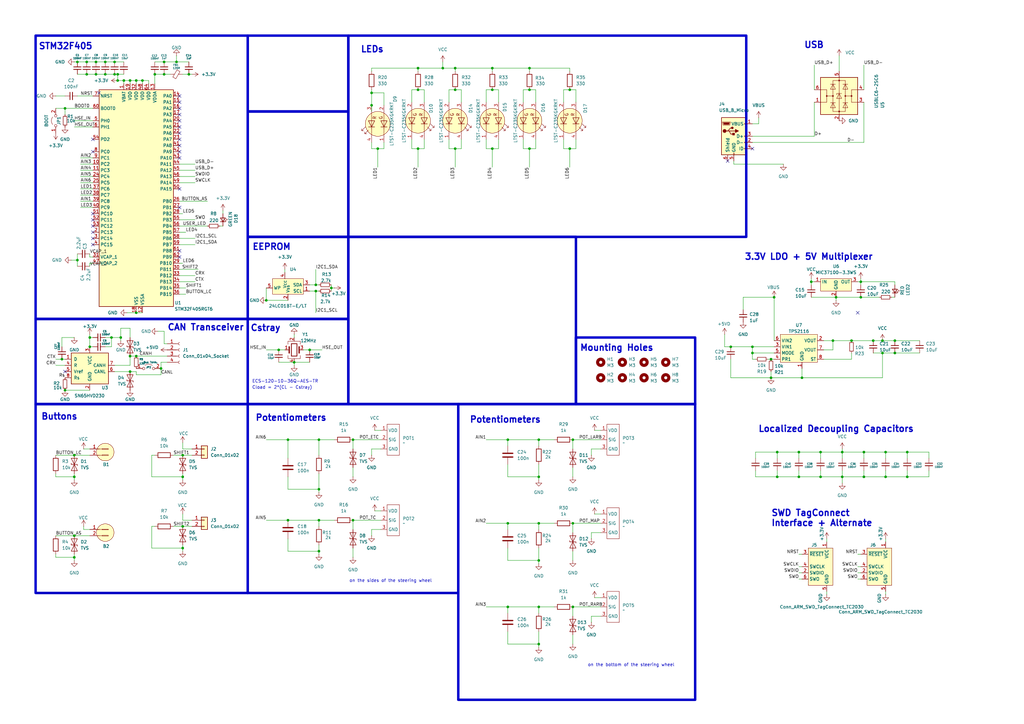
<source format=kicad_sch>
(kicad_sch (version 20250114) (generator "eeschema") (generator_version "9.0")
  (paper "A3")
  (title_block (title "SDM-25 Steering Wheel PCB") (date "2025-02-22") (rev "B") (company "Sun Devil Motorsports") (comment 1 "Rework to address CAN/USB/Routing Deficiencies"))
  (rectangle (start 101.6 130.81) (end 142.875 165.735) (stroke (width 1)))
  (rectangle (start 142.875 97.155) (end 236.22 165.735) (stroke (width 1)))
  (rectangle (start 14.605 14.605) (end 101.6 130.81) (stroke (width 1)))
  (rectangle (start 101.6 14.605) (end 142.875 45.72) (stroke (width 1)))
  (rectangle (start 236.22 138.43) (end 285.115 165.735) (stroke (width 1)))
  (rectangle (start 142.875 14.605) (end 306.07 97.155) (stroke (width 1)))
  (rectangle (start 101.6 165.735) (end 187.96 243.205) (stroke (width 1)))
  (rectangle (start 14.605 165.735) (end 101.6 243.205) (stroke (width 1)))
  (rectangle (start 101.6 45.72) (end 142.875 97.155) (stroke (width 1)))
  (rectangle (start 187.96 165.735) (end 285.115 287.02) (stroke (width 1)))
  (rectangle (start 14.605 130.81) (end 101.6 165.735) (stroke (width 1)))
  (rectangle (start 101.6 97.155) (end 142.875 130.81) (stroke (width 1)))
  (text "Cstray" (at 102.616 136.144 0) (effects (font (size 2.56 2.56) (thickness 0.512) (bold yes)) (justify left bottom)))
  (text "CAN Transceiver" (at 68.58 135.89 0) (effects (font (size 2.56 2.56) (thickness 0.512) (bold yes)) (justify left bottom)))
  (text "Localized Decoupling Capacitors" (at 310.896 177.546 0) (effects (font (size 2.56 2.56) (thickness 0.512) (bold yes)) (justify left bottom)))
  (text "Buttons" (at 16.764 172.466 0) (effects (font (size 2.56 2.56) (thickness 0.512) (bold yes)) (justify left bottom)))
  (text "STM32F405" (at 15.748 20.574 0) (effects (font (size 2.56 2.56) (thickness 0.512) (bold yes)) (justify left bottom)))
  (text "on the bottom of the steering wheel" (at 241.046 273.558 0) (effects (font (size 1.27 1.27)) (justify left bottom)))
  (text "Mounting Holes" (at 237.744 144.272 0) (effects (font (size 2.56 2.56) (thickness 0.512) (bold yes)) (justify left bottom)))
  (text "Potentiometers" (at 104.648 172.974 0) (effects (font (size 2.56 2.56) (thickness 0.512) (bold yes)) (justify left bottom)))
  (text "SWD TagConnect\nInterface + Alternate" (at 316.23 216.154 0) (effects (font (size 2.56 2.56) (thickness 0.512) (bold yes)) (justify left bottom)))
  (text "USB" (at 329.692 20.066 0) (effects (font (size 2.56 2.56) (thickness 0.512) (bold yes)) (justify left bottom)))
  (text "Potentiometers" (at 192.532 173.736 0) (effects (font (size 2.56 2.56) (thickness 0.512) (bold yes)) (justify left bottom)))
  (text "LEDs" (at 147.828 21.844 0) (effects (font (size 2.56 2.56) (thickness 0.512) (bold yes)) (justify left bottom)))
  (text "on the sides of the steering wheel" (at 143.256 239.014 0) (effects (font (size 1.27 1.27)) (justify left bottom)))
  (text "3.3V LDO + 5V Multiplexer" (at 305.308 106.934 0) (effects (font (size 2.56 2.56) (thickness 0.512) (bold yes)) (justify left bottom)))
  (text "Cload = 2*(CL - Cstray)" (at 103.378 159.766 0) (effects (font (size 1.27 1.27)) (justify left bottom)))
  (text "EEPROM" (at 103.378 102.87 0) (effects (font (size 2.56 2.56) (thickness 0.512) (bold yes)) (justify left bottom)))
  (text "ECS-120-10-36Q-AES-TR" (at 103.378 157.226 0) (effects (font (size 1.27 1.27)) (justify left bottom)))
  (junction (at 201.93 27.94))
  (junction (at 135.89 118.11))
  (junction (at 332.74 115.57))
  (junction (at 58.42 33.02))
  (junction (at 35.56 25.4))
  (junction (at 43.18 30.48))
  (junction (at 353.06 115.57))
  (junction (at 220.98 264.16))
  (junction (at 354.33 195.58))
  (junction (at 77.47 30.48))
  (junction (at 130.81 213.36))
  (junction (at 48.26 30.48))
  (junction (at 109.22 123.19))
  (junction (at 46.99 25.4))
  (junction (at 367.03 144.78))
  (junction (at 363.22 195.58))
  (junction (at 63.5 30.48))
  (junction (at 74.93 215.9))
  (junction (at 327.66 195.58))
  (junction (at 186.69 36.83))
  (junction (at 74.93 195.58))
  (junction (at 233.68 36.83))
  (junction (at 25.4 147.32))
  (junction (at 45.72 138.43))
  (junction (at 354.33 185.42))
  (junction (at 67.31 30.48))
  (junction (at 30.48 219.71))
  (junction (at 154.94 60.96))
  (junction (at 318.77 195.58))
  (junction (at 208.28 180.34))
  (junction (at 358.14 139.7))
  (junction (at 130.81 226.06))
  (junction (at 171.45 36.83))
  (junction (at 233.68 60.96))
  (junction (at 308.61 142.24))
  (junction (at 130.81 200.66))
  (junction (at 43.18 25.4))
  (junction (at 363.22 185.42))
  (junction (at 55.88 128.27))
  (junction (at 328.93 154.94))
  (junction (at 53.34 152.4))
  (junction (at 217.17 36.83))
  (junction (at 118.11 213.36))
  (junction (at 53.34 146.05))
  (junction (at 220.98 229.87))
  (junction (at 171.45 27.94))
  (junction (at 120.65 148.59))
  (junction (at 220.98 195.58))
  (junction (at 39.37 25.4))
  (junction (at 372.11 195.58))
  (junction (at 26.67 160.02))
  (junction (at 36.83 142.24))
  (junction (at 234.95 180.34))
  (junction (at 55.88 146.05))
  (junction (at 39.37 30.48))
  (junction (at 46.99 30.48))
  (junction (at 67.31 25.4))
  (junction (at 74.93 224.79))
  (junction (at 349.25 139.7))
  (junction (at 316.23 154.94))
  (junction (at 26.67 44.45))
  (junction (at 36.83 138.43))
  (junction (at 30.48 228.6))
  (junction (at 234.95 214.63))
  (junction (at 72.39 25.4))
  (junction (at 186.69 60.96))
  (junction (at 372.11 185.42))
  (junction (at 35.56 30.48))
  (junction (at 48.26 33.02))
  (junction (at 217.17 60.96))
  (junction (at 31.75 106.68))
  (junction (at 129.54 116.84))
  (junction (at 181.61 27.94))
  (junction (at 66.04 151.13))
  (junction (at 220.98 214.63))
  (junction (at 342.9 121.92))
  (junction (at 201.93 60.96))
  (junction (at 367.03 139.7))
  (junction (at 341.63 139.7))
  (junction (at 361.95 139.7))
  (junction (at 336.55 195.58))
  (junction (at 171.45 60.96))
  (junction (at 208.28 248.92))
  (junction (at 118.11 180.34))
  (junction (at 152.4 38.1))
  (junction (at 53.34 33.02))
  (junction (at 30.48 195.58))
  (junction (at 152.4 43.18))
  (junction (at 30.48 186.69))
  (junction (at 327.66 185.42))
  (junction (at 31.75 25.4))
  (junction (at 114.3 143.51))
  (junction (at 299.72 142.24))
  (junction (at 130.81 180.34))
  (junction (at 317.5 121.92))
  (junction (at 318.77 185.42))
  (junction (at 74.93 186.69))
  (junction (at 49.53 138.43))
  (junction (at 345.44 185.42))
  (junction (at 144.78 213.36))
  (junction (at 234.95 248.92))
  (junction (at 208.28 214.63))
  (junction (at 345.44 195.58))
  (junction (at 316.23 147.32))
  (junction (at 308.61 144.78))
  (junction (at 217.17 27.94))
  (junction (at 127 143.51))
  (junction (at 201.93 36.83))
  (junction (at 353.06 121.92))
  (junction (at 144.78 180.34))
  (junction (at 220.98 180.34))
  (junction (at 186.69 27.94))
  (junction (at 220.98 248.92))
  (junction (at 361.95 144.78))
  (junction (at 129.54 119.38))
  (junction (at 336.55 185.42))
  (junction (at 50.8 33.02))
  (junction (at 55.88 33.02))
  (no_connect (at 38.1 62.23))
  (no_connect (at 73.66 54.61))
  (no_connect (at 38.1 92.71))
  (no_connect (at 73.66 62.23))
  (no_connect (at 38.1 95.25))
  (no_connect (at 351.79 128.27))
  (no_connect (at 38.1 90.17))
  (no_connect (at 73.66 64.77))
  (no_connect (at 73.66 46.99))
  (no_connect (at 73.66 39.37))
  (no_connect (at 73.66 105.41))
  (no_connect (at 73.66 49.53))
  (no_connect (at 73.66 85.09))
  (no_connect (at 40.64 38.1))
  (no_connect (at 38.1 57.15))
  (no_connect (at 298.45 66.04))
  (no_connect (at 308.61 60.96))
  (no_connect (at 73.66 102.87))
  (no_connect (at 38.1 97.79))
  (no_connect (at 38.1 100.33))
  (no_connect (at 73.66 57.15))
  (no_connect (at 73.66 52.07))
  (no_connect (at 73.66 41.91))
  (no_connect (at 26.67 152.4))
  (no_connect (at 73.66 44.45))
  (no_connect (at 38.1 87.63))
  (no_connect (at 73.66 59.69))
  (no_connect (at 73.66 77.47))
  (wire (pts (xy 311.15 48.26) (xy 311.15 50.8)))
  (wire (pts (xy 345.44 195.58) (xy 345.44 193.04)))
  (wire (pts (xy 204.47 36.83) (xy 204.47 41.91)))
  (wire (pts (xy 60.96 34.29) (xy 60.96 33.02)))
  (wire (pts (xy 367.03 121.92) (xy 365.76 121.92)))
  (wire (pts (xy 129.54 128.27) (xy 129.54 119.38)))
  (wire (pts (xy 73.66 67.31) (xy 80.01 67.31)))
  (wire (pts (xy 35.56 30.48) (xy 39.37 30.48)))
  (wire (pts (xy 204.47 60.96) (xy 204.47 57.15)))
  (wire (pts (xy 208.28 224.79) (xy 208.28 229.87)))
  (wire (pts (xy 336.55 195.58) (xy 327.66 195.58)))
  (wire (pts (xy 66.04 151.13) (xy 66.04 153.67)))
  (wire (pts (xy 234.95 260.35) (xy 234.95 264.16)))
  (wire (pts (xy 336.55 193.04) (xy 336.55 195.58)))
  (wire (pts (xy 351.79 234.95) (xy 353.06 234.95)))
  (wire (pts (xy 339.09 242.57) (xy 339.09 243.84)))
  (wire (pts (xy 73.66 90.17) (xy 80.01 90.17)))
  (wire (pts (xy 234.95 248.92) (xy 234.95 252.73)))
  (wire (pts (xy 71.12 186.69) (xy 74.93 186.69)))
  (wire (pts (xy 201.93 27.94) (xy 201.93 29.21)))
  (wire (pts (xy 62.23 215.9) (xy 62.23 224.79)))
  (wire (pts (xy 309.88 195.58) (xy 309.88 193.04)))
  (wire (pts (xy 299.72 154.94) (xy 316.23 154.94)))
  (wire (pts (xy 354.33 58.42) (xy 354.33 41.91)))
  (wire (pts (xy 243.84 245.11) (xy 246.38 245.11)))
  (wire (pts (xy 154.94 60.96) (xy 154.94 68.58)))
  (wire (pts (xy 328.93 151.13) (xy 328.93 154.94)))
  (wire (pts (xy 74.93 184.15) (xy 78.74 184.15)))
  (wire (pts (xy 55.88 33.02) (xy 58.42 33.02)))
  (wire (pts (xy 332.74 116.84) (xy 332.74 115.57)))
  (wire (pts (xy 144.78 180.34) (xy 156.21 180.34)))
  (wire (pts (xy 308.61 55.88) (xy 334.01 55.88)))
  (wire (pts (xy 22.86 227.33) (xy 22.86 228.6)))
  (wire (pts (xy 327.66 185.42) (xy 327.66 187.96)))
  (wire (pts (xy 35.56 25.4) (xy 39.37 25.4)))
  (wire (pts (xy 353.06 115.57) (xy 353.06 116.84)))
  (wire (pts (xy 186.69 60.96) (xy 186.69 68.58)))
  (wire (pts (xy 217.17 27.94) (xy 233.68 27.94)))
  (wire (pts (xy 30.48 186.69) (xy 36.83 186.69)))
  (wire (pts (xy 171.45 60.96) (xy 173.99 60.96)))
  (wire (pts (xy 118.11 200.66) (xy 130.81 200.66)))
  (wire (pts (xy 242.57 186.69) (xy 242.57 184.15)))
  (wire (pts (xy 74.93 196.85) (xy 74.93 195.58)))
  (wire (pts (xy 135.89 118.11) (xy 137.16 118.11)))
  (wire (pts (xy 363.22 195.58) (xy 354.33 195.58)))
  (wire (pts (xy 34.29 184.15) (xy 36.83 184.15)))
  (wire (pts (xy 53.34 33.02) (xy 53.34 34.29)))
  (wire (pts (xy 30.48 194.31) (xy 30.48 195.58)))
  (wire (pts (xy 318.77 185.42) (xy 309.88 185.42)))
  (wire (pts (xy 129.54 110.49) (xy 129.54 116.84)))
  (wire (pts (xy 234.95 180.34) (xy 234.95 184.15)))
  (wire (pts (xy 62.23 195.58) (xy 74.93 195.58)))
  (wire (pts (xy 48.26 33.02) (xy 50.8 33.02)))
  (wire (pts (xy 72.39 22.86) (xy 72.39 25.4)))
  (wire (pts (xy 67.31 135.89) (xy 67.31 140.97)))
  (wire (pts (xy 120.65 148.59) (xy 120.65 149.86)))
  (wire (pts (xy 381 195.58) (xy 372.11 195.58)))
  (wire (pts (xy 25.4 147.32) (xy 26.67 147.32)))
  (wire (pts (xy 184.15 57.15) (xy 184.15 60.96)))
  (wire (pts (xy 67.31 25.4) (xy 72.39 25.4)))
  (wire (pts (xy 46.99 149.86) (xy 53.34 149.86)))
  (wire (pts (xy 152.4 38.1) (xy 157.48 38.1)))
  (wire (pts (xy 217.17 27.94) (xy 217.17 29.21)))
  (wire (pts (xy 214.63 36.83) (xy 214.63 41.91)))
  (wire (pts (xy 74.93 223.52) (xy 74.93 224.79)))
  (wire (pts (xy 67.31 140.97) (xy 68.58 140.97)))
  (wire (pts (xy 50.8 33.02) (xy 53.34 33.02)))
  (wire (pts (xy 33.02 82.55) (xy 38.1 82.55)))
  (wire (pts (xy 66.04 151.13) (xy 66.04 148.59)))
  (wire (pts (xy 73.66 110.49) (xy 81.28 110.49)))
  (wire (pts (xy 199.39 248.92) (xy 208.28 248.92)))
  (wire (pts (xy 118.11 213.36) (xy 130.81 213.36)))
  (wire (pts (xy 201.93 60.96) (xy 204.47 60.96)))
  (wire (pts (xy 233.68 36.83) (xy 236.22 36.83)))
  (wire (pts (xy 114.3 143.51) (xy 116.84 143.51)))
  (wire (pts (xy 300.99 67.31) (xy 321.31 67.31)))
  (wire (pts (xy 345.44 198.12) (xy 345.44 195.58)))
  (wire (pts (xy 334.01 41.91) (xy 334.01 55.88)))
  (wire (pts (xy 186.69 36.83) (xy 189.23 36.83)))
  (wire (pts (xy 354.33 185.42) (xy 354.33 187.96)))
  (wire (pts (xy 220.98 229.87) (xy 220.98 231.14)))
  (wire (pts (xy 22.86 194.31) (xy 22.86 195.58)))
  (wire (pts (xy 26.67 160.02) (xy 36.83 160.02)))
  (wire (pts (xy 214.63 57.15) (xy 214.63 60.96)))
  (wire (pts (xy 130.81 180.34) (xy 137.16 180.34)))
  (wire (pts (xy 318.77 185.42) (xy 318.77 187.96)))
  (wire (pts (xy 152.4 29.21) (xy 152.4 27.94)))
  (wire (pts (xy 49.53 134.62) (xy 53.34 134.62)))
  (wire (pts (xy 171.45 36.83) (xy 173.99 36.83)))
  (wire (pts (xy 55.88 153.67) (xy 55.88 152.4)))
  (wire (pts (xy 49.53 139.7) (xy 49.53 138.43)))
  (wire (pts (xy 74.93 215.9) (xy 78.74 215.9)))
  (wire (pts (xy 36.83 138.43) (xy 36.83 142.24)))
  (wire (pts (xy 33.02 74.93) (xy 38.1 74.93)))
  (wire (pts (xy 55.88 128.27) (xy 58.42 128.27)))
  (wire (pts (xy 367.03 144.78) (xy 377.19 144.78)))
  (wire (pts (xy 73.66 100.33) (xy 80.01 100.33)))
  (wire (pts (xy 308.61 144.78) (xy 317.5 144.78)))
  (wire (pts (xy 114.3 148.59) (xy 120.65 148.59)))
  (wire (pts (xy 130.81 213.36) (xy 137.16 213.36)))
  (wire (pts (xy 351.79 115.57) (xy 353.06 115.57)))
  (wire (pts (xy 152.4 58.42) (xy 152.4 60.96)))
  (wire (pts (xy 220.98 259.08) (xy 220.98 264.16)))
  (wire (pts (xy 381 187.96) (xy 381 185.42)))
  (wire (pts (xy 233.68 36.83) (xy 231.14 36.83)))
  (wire (pts (xy 74.93 186.69) (xy 78.74 186.69)))
  (wire (pts (xy 168.91 36.83) (xy 168.91 41.91)))
  (wire (pts (xy 118.11 180.34) (xy 130.81 180.34)))
  (wire (pts (xy 189.23 36.83) (xy 189.23 41.91)))
  (wire (pts (xy 73.66 82.55) (xy 85.09 82.55)))
  (wire (pts (xy 22.86 219.71) (xy 30.48 219.71)))
  (wire (pts (xy 130.81 200.66) (xy 130.81 201.93)))
  (wire (pts (xy 46.99 152.4) (xy 53.34 152.4)))
  (wire (pts (xy 234.95 248.92) (xy 246.38 248.92)))
  (wire (pts (xy 144.78 180.34) (xy 144.78 184.15)))
  (wire (pts (xy 236.22 60.96) (xy 236.22 57.15)))
  (wire (pts (xy 118.11 180.34) (xy 118.11 187.96)))
  (wire (pts (xy 372.11 195.58) (xy 363.22 195.58)))
  (wire (pts (xy 344.17 22.86) (xy 344.17 29.21)))
  (wire (pts (xy 46.99 30.48) (xy 48.26 30.48)))
  (wire (pts (xy 220.98 195.58) (xy 220.98 196.85)))
  (wire (pts (xy 22.86 228.6) (xy 30.48 228.6)))
  (wire (pts (xy 361.95 144.78) (xy 361.95 154.94)))
  (wire (pts (xy 308.61 147.32) (xy 309.88 147.32)))
  (wire (pts (xy 171.45 60.96) (xy 171.45 68.58)))
  (wire (pts (xy 354.33 195.58) (xy 345.44 195.58)))
  (wire (pts (xy 233.68 60.96) (xy 236.22 60.96)))
  (wire (pts (xy 173.99 60.96) (xy 173.99 57.15)))
  (wire (pts (xy 74.93 224.79) (xy 74.93 226.06)))
  (wire (pts (xy 74.93 210.82) (xy 74.93 213.36)))
  (wire (pts (xy 157.48 60.96) (xy 157.48 58.42)))
  (wire (pts (xy 367.03 139.7) (xy 377.19 139.7)))
  (wire (pts (xy 363.22 193.04) (xy 363.22 195.58)))
  (wire (pts (xy 363.22 220.98) (xy 363.22 222.25)))
  (wire (pts (xy 22.86 39.37) (xy 26.67 39.37)))
  (wire (pts (xy 171.45 36.83) (xy 168.91 36.83)))
  (wire (pts (xy 363.22 242.57) (xy 363.22 243.84)))
  (wire (pts (xy 144.78 191.77) (xy 144.78 195.58)))
  (wire (pts (xy 31.75 25.4) (xy 35.56 25.4)))
  (wire (pts (xy 297.18 137.16) (xy 297.18 142.24)))
  (wire (pts (xy 55.88 34.29) (xy 55.88 33.02)))
  (wire (pts (xy 336.55 185.42) (xy 327.66 185.42)))
  (wire (pts (xy 63.5 215.9) (xy 62.23 215.9)))
  (wire (pts (xy 50.8 34.29) (xy 50.8 33.02)))
  (wire (pts (xy 372.11 185.42) (xy 363.22 185.42)))
  (wire (pts (xy 118.11 195.58) (xy 118.11 200.66)))
  (wire (pts (xy 43.18 138.43) (xy 45.72 138.43)))
  (wire (pts (xy 186.69 60.96) (xy 189.23 60.96)))
  (wire (pts (xy 91.44 92.71) (xy 90.17 92.71)))
  (wire (pts (xy 354.33 185.42) (xy 345.44 185.42)))
  (wire (pts (xy 308.61 144.78) (xy 308.61 147.32)))
  (wire (pts (xy 341.63 139.7) (xy 349.25 139.7)))
  (wire (pts (xy 186.69 27.94) (xy 201.93 27.94)))
  (wire (pts (xy 127 143.51) (xy 124.46 143.51)))
  (wire (pts (xy 152.4 186.69) (xy 152.4 184.15)))
  (wire (pts (xy 152.4 219.71) (xy 152.4 217.17)))
  (wire (pts (xy 152.4 27.94) (xy 171.45 27.94)))
  (wire (pts (xy 152.4 36.83) (xy 152.4 38.1)))
  (wire (pts (xy 234.95 214.63) (xy 246.38 214.63)))
  (wire (pts (xy 243.84 176.53) (xy 246.38 176.53)))
  (wire (pts (xy 63.5 30.48) (xy 63.5 34.29)))
  (wire (pts (xy 342.9 123.19) (xy 342.9 121.92)))
  (wire (pts (xy 73.66 74.93) (xy 80.01 74.93)))
  (wire (pts (xy 208.28 248.92) (xy 208.28 251.46)))
  (wire (pts (xy 29.21 106.68) (xy 31.75 106.68)))
  (wire (pts (xy 363.22 185.42) (xy 363.22 187.96)))
  (wire (pts (xy 109.22 143.51) (xy 114.3 143.51)))
  (wire (pts (xy 73.66 120.65) (xy 76.2 120.65)))
  (wire (pts (xy 236.22 36.83) (xy 236.22 41.91)))
  (wire (pts (xy 199.39 214.63) (xy 208.28 214.63)))
  (wire (pts (xy 73.66 107.95) (xy 74.93 107.95)))
  (wire (pts (xy 220.98 224.79) (xy 220.98 229.87)))
  (wire (pts (xy 74.93 195.58) (xy 74.93 194.31)))
  (wire (pts (xy 36.83 217.17) (xy 34.29 217.17)))
  (wire (pts (xy 332.74 114.3) (xy 332.74 115.57)))
  (wire (pts (xy 63.5 25.4) (xy 67.31 25.4)))
  (wire (pts (xy 72.39 25.4) (xy 77.47 25.4)))
  (wire (pts (xy 217.17 36.83) (xy 219.71 36.83)))
  (wire (pts (xy 220.98 214.63) (xy 227.33 214.63)))
  (wire (pts (xy 73.66 69.85) (xy 80.01 69.85)))
  (wire (pts (xy 109.22 180.34) (xy 118.11 180.34)))
  (wire (pts (xy 220.98 248.92) (xy 220.98 251.46)))
  (wire (pts (xy 234.95 191.77) (xy 234.95 195.58)))
  (wire (pts (xy 308.61 142.24) (xy 308.61 144.78)))
  (wire (pts (xy 152.4 217.17) (xy 156.21 217.17)))
  (wire (pts (xy 130.81 213.36) (xy 130.81 215.9)))
  (wire (pts (xy 109.22 118.11) (xy 109.22 123.19)))
  (wire (pts (xy 30.48 25.4) (xy 31.75 25.4)))
  (wire (pts (xy 308.61 58.42) (xy 354.33 58.42)))
  (wire (pts (xy 73.66 118.11) (xy 76.2 118.11)))
  (wire (pts (xy 201.93 27.94) (xy 217.17 27.94)))
  (wire (pts (xy 173.99 36.83) (xy 173.99 41.91)))
  (wire (pts (xy 55.88 146.05) (xy 68.58 146.05)))
  (wire (pts (xy 22.86 44.45) (xy 26.67 44.45)))
  (wire (pts (xy 30.48 228.6) (xy 30.48 229.87)))
  (wire (pts (xy 220.98 180.34) (xy 220.98 182.88)))
  (wire (pts (xy 73.66 113.03) (xy 80.01 113.03)))
  (wire (pts (xy 354.33 193.04) (xy 354.33 195.58)))
  (wire (pts (xy 109.22 123.19) (xy 118.11 123.19)))
  (wire (pts (xy 199.39 36.83) (xy 199.39 41.91)))
  (wire (pts (xy 337.82 147.32) (xy 349.25 147.32)))
  (wire (pts (xy 33.02 69.85) (xy 38.1 69.85)))
  (wire (pts (xy 327.66 232.41) (xy 328.93 232.41)))
  (wire (pts (xy 242.57 218.44) (xy 246.38 218.44)))
  (wire (pts (xy 217.17 36.83) (xy 214.63 36.83)))
  (wire (pts (xy 334.01 26.67) (xy 334.01 36.83)))
  (wire (pts (xy 22.86 195.58) (xy 30.48 195.58)))
  (wire (pts (xy 201.93 36.83) (xy 204.47 36.83)))
  (wire (pts (xy 186.69 36.83) (xy 184.15 36.83)))
  (wire (pts (xy 297.18 142.24) (xy 299.72 142.24)))
  (wire (pts (xy 153.67 209.55) (xy 156.21 209.55)))
  (wire (pts (xy 316.23 147.32) (xy 317.5 147.32)))
  (wire (pts (xy 308.61 142.24) (xy 317.5 142.24)))
  (wire (pts (xy 242.57 252.73) (xy 246.38 252.73)))
  (wire (pts (xy 189.23 60.96) (xy 189.23 57.15)))
  (wire (pts (xy 66.04 148.59) (xy 68.58 148.59)))
  (wire (pts (xy 354.33 26.67) (xy 354.33 36.83)))
  (wire (pts (xy 31.75 39.37) (xy 38.1 39.37)))
  (wire (pts (xy 199.39 180.34) (xy 208.28 180.34)))
  (wire (pts (xy 109.22 213.36) (xy 118.11 213.36)))
  (wire (pts (xy 201.93 60.96) (xy 201.93 68.58)))
  (wire (pts (xy 53.34 134.62) (xy 53.34 138.43)))
  (wire (pts (xy 130.81 194.31) (xy 130.81 200.66)))
  (wire (pts (xy 46.99 25.4) (xy 50.8 25.4)))
  (wire (pts (xy 39.37 25.4) (xy 43.18 25.4)))
  (wire (pts (xy 73.66 97.79) (xy 80.01 97.79)))
  (wire (pts (xy 77.47 30.48) (xy 78.74 30.48)))
  (wire (pts (xy 220.98 180.34) (xy 227.33 180.34)))
  (wire (pts (xy 184.15 36.83) (xy 184.15 41.91)))
  (wire (pts (xy 135.89 116.84) (xy 135.89 118.11)))
  (wire (pts (xy 43.18 142.24) (xy 45.72 142.24)))
  (wire (pts (xy 208.28 248.92) (xy 220.98 248.92)))
  (wire (pts (xy 243.84 210.82) (xy 246.38 210.82)))
  (wire (pts (xy 314.96 147.32) (xy 316.23 147.32)))
  (wire (pts (xy 43.18 25.4) (xy 46.99 25.4)))
  (wire (pts (xy 242.57 255.27) (xy 242.57 252.73)))
  (wire (pts (xy 234.95 214.63) (xy 234.95 218.44)))
  (wire (pts (xy 353.06 121.92) (xy 360.68 121.92)))
  (wire (pts (xy 91.44 86.36) (xy 91.44 87.63)))
  (wire (pts (xy 208.28 229.87) (xy 220.98 229.87)))
  (wire (pts (xy 345.44 185.42) (xy 336.55 185.42)))
  (wire (pts (xy 157.48 38.1) (xy 157.48 43.18)))
  (wire (pts (xy 208.28 180.34) (xy 208.28 182.88)))
  (wire (pts (xy 327.66 193.04) (xy 327.66 195.58)))
  (wire (pts (xy 208.28 190.5) (xy 208.28 195.58)))
  (wire (pts (xy 39.37 30.48) (xy 43.18 30.48)))
  (wire (pts (xy 31.75 106.68) (xy 31.75 109.22)))
  (wire (pts (xy 52.07 128.27) (xy 55.88 128.27)))
  (wire (pts (xy 73.66 72.39) (xy 80.01 72.39)))
  (wire (pts (xy 36.83 137.16) (xy 36.83 138.43)))
  (wire (pts (xy 48.26 30.48) (xy 50.8 30.48)))
  (wire (pts (xy 22.86 147.32) (xy 25.4 147.32)))
  (wire (pts (xy 181.61 27.94) (xy 186.69 27.94)))
  (wire (pts (xy 43.18 30.48) (xy 46.99 30.48)))
  (wire (pts (xy 363.22 185.42) (xy 354.33 185.42)))
  (wire (pts (xy 234.95 226.06) (xy 234.95 229.87)))
  (wire (pts (xy 64.77 135.89) (xy 67.31 135.89)))
  (wire (pts (xy 199.39 60.96) (xy 201.93 60.96)))
  (wire (pts (xy 144.78 224.79) (xy 144.78 228.6)))
  (wire (pts (xy 135.89 118.11) (xy 135.89 119.38)))
  (wire (pts (xy 345.44 184.15) (xy 345.44 185.42)))
  (wire (pts (xy 30.48 227.33) (xy 30.48 228.6)))
  (wire (pts (xy 336.55 185.42) (xy 336.55 187.96)))
  (wire (pts (xy 372.11 185.42) (xy 372.11 187.96)))
  (wire (pts (xy 71.12 215.9) (xy 74.93 215.9)))
  (wire (pts (xy 62.23 224.79) (xy 74.93 224.79)))
  (wire (pts (xy 318.77 193.04) (xy 318.77 195.58)))
  (wire (pts (xy 304.8 127) (xy 304.8 121.92)))
  (wire (pts (xy 33.02 77.47) (xy 38.1 77.47)))
  (wire (pts (xy 45.72 138.43) (xy 49.53 138.43)))
  (wire (pts (xy 144.78 213.36) (xy 156.21 213.36)))
  (wire (pts (xy 234.95 180.34) (xy 246.38 180.34)))
  (wire (pts (xy 53.34 149.86) (xy 53.34 146.05)))
  (wire (pts (xy 214.63 60.96) (xy 217.17 60.96)))
  (wire (pts (xy 67.31 30.48) (xy 69.85 30.48)))
  (wire (pts (xy 38.1 142.24) (xy 36.83 142.24)))
  (wire (pts (xy 129.54 119.38) (xy 127 119.38)))
  (wire (pts (xy 130.81 180.34) (xy 130.81 186.69)))
  (wire (pts (xy 353.06 114.3) (xy 353.06 115.57)))
  (wire (pts (xy 342.9 121.92) (xy 353.06 121.92)))
  (wire (pts (xy 351.79 227.33) (xy 353.06 227.33)))
  (wire (pts (xy 36.83 104.14) (xy 36.83 105.41)))
  (wire (pts (xy 168.91 60.96) (xy 171.45 60.96)))
  (wire (pts (xy 33.02 67.31) (xy 38.1 67.31)))
  (wire (pts (xy 152.4 38.1) (xy 152.4 43.18)))
  (wire (pts (xy 349.25 139.7) (xy 358.14 139.7)))
  (wire (pts (xy 217.17 60.96) (xy 219.71 60.96)))
  (wire (pts (xy 55.88 153.67) (xy 66.04 153.67)))
  (wire (pts (xy 129.54 116.84) (xy 130.81 116.84)))
  (wire (pts (xy 300.99 66.04) (xy 300.99 67.31)))
  (wire (pts (xy 345.44 195.58) (xy 336.55 195.58)))
  (wire (pts (xy 120.65 137.16) (xy 120.65 138.43)))
  (wire (pts (xy 129.54 116.84) (xy 127 116.84)))
  (wire (pts (xy 30.48 52.07) (xy 38.1 52.07)))
  (wire (pts (xy 309.88 185.42) (xy 309.88 187.96)))
  (wire (pts (xy 186.69 27.94) (xy 186.69 29.21)))
  (wire (pts (xy 317.5 121.92) (xy 317.5 139.7)))
  (wire (pts (xy 311.15 50.8) (xy 308.61 50.8)))
  (wire (pts (xy 358.14 144.78) (xy 361.95 144.78)))
  (wire (pts (xy 74.93 213.36) (xy 78.74 213.36)))
  (wire (pts (xy 328.93 154.94) (xy 316.23 154.94)))
  (wire (pts (xy 208.28 195.58) (xy 220.98 195.58)))
  (wire (pts (xy 152.4 43.18) (xy 152.4 45.72)))
  (wire (pts (xy 327.66 237.49) (xy 328.93 237.49)))
  (wire (pts (xy 184.15 60.96) (xy 186.69 60.96)))
  (wire (pts (xy 171.45 27.94) (xy 181.61 27.94)))
  (wire (pts (xy 74.93 30.48) (xy 77.47 30.48)))
  (wire (pts (xy 53.34 146.05) (xy 55.88 146.05)))
  (wire (pts (xy 231.14 57.15) (xy 231.14 60.96)))
  (wire (pts (xy 31.75 104.14) (xy 31.75 106.68)))
  (wire (pts (xy 361.95 144.78) (xy 367.03 144.78)))
  (wire (pts (xy 120.65 148.59) (xy 127 148.59)))
  (wire (pts (xy 217.17 60.96) (xy 217.17 68.58)))
  (wire (pts (xy 367.03 115.57) (xy 367.03 116.84)))
  (wire (pts (xy 220.98 264.16) (xy 220.98 265.43)))
  (wire (pts (xy 372.11 193.04) (xy 372.11 195.58)))
  (wire (pts (xy 208.28 214.63) (xy 220.98 214.63)))
  (wire (pts (xy 58.42 34.29) (xy 58.42 33.02)))
  (wire (pts (xy 34.29 217.17) (xy 34.29 215.9)))
  (wire (pts (xy 242.57 184.15) (xy 246.38 184.15)))
  (wire (pts (xy 219.71 36.83) (xy 219.71 41.91)))
  (wire (pts (xy 361.95 139.7) (xy 367.03 139.7)))
  (wire (pts (xy 353.06 115.57) (xy 367.03 115.57)))
  (wire (pts (xy 181.61 25.4) (xy 181.61 27.94)))
  (wire (pts (xy 304.8 121.92) (xy 317.5 121.92)))
  (wire (pts (xy 30.48 49.53) (xy 38.1 49.53)))
  (wire (pts (xy 73.66 115.57) (xy 80.01 115.57)))
  (wire (pts (xy 358.14 139.7) (xy 361.95 139.7)))
  (wire (pts (xy 208.28 264.16) (xy 220.98 264.16)))
  (wire (pts (xy 26.67 46.99) (xy 26.67 44.45)))
  (wire (pts (xy 55.88 152.4) (xy 53.34 152.4)))
  (wire (pts (xy 30.48 219.71) (xy 36.83 219.71)))
  (wire (pts (xy 299.72 142.24) (xy 308.61 142.24)))
  (wire (pts (xy 45.72 142.24) (xy 45.72 138.43)))
  (wire (pts (xy 31.75 30.48) (xy 35.56 30.48)))
  (wire (pts (xy 48.26 30.48) (xy 48.26 33.02)))
  (wire (pts (xy 220.98 190.5) (xy 220.98 195.58)))
  (wire (pts (xy 219.71 60.96) (xy 219.71 57.15)))
  (wire (pts (xy 130.81 223.52) (xy 130.81 226.06)))
  (wire (pts (xy 152.4 60.96) (xy 154.94 60.96)))
  (wire (pts (xy 73.66 95.25) (xy 76.2 95.25)))
  (wire (pts (xy 332.74 115.57) (xy 334.01 115.57)))
  (wire (pts (xy 25.4 142.24) (xy 25.4 138.43)))
  (wire (pts (xy 116.84 110.49) (xy 116.84 111.76)))
  (wire (pts (xy 33.02 85.09) (xy 38.1 85.09)))
  (wire (pts (xy 327.66 185.42) (xy 318.77 185.42)))
  (wire (pts (xy 332.74 121.92) (xy 342.9 121.92)))
  (wire (pts (xy 351.79 237.49) (xy 353.06 237.49)))
  (wire (pts (xy 63.5 30.48) (xy 67.31 30.48)))
  (wire (pts (xy 337.82 143.51) (xy 341.63 143.51)))
  (wire (pts (xy 22.86 149.86) (xy 26.67 149.86)))
  (wire (pts (xy 49.53 138.43) (xy 49.53 134.62)))
  (wire (pts (xy 337.82 139.7) (xy 341.63 139.7)))
  (wire (pts (xy 154.94 60.96) (xy 157.48 60.96)))
  (wire (pts (xy 152.4 184.15) (xy 156.21 184.15)))
  (wire (pts (xy 36.83 109.22) (xy 36.83 107.95)))
  (wire (pts (xy 327.66 195.58) (xy 318.77 195.58)))
  (wire (pts (xy 33.02 72.39) (xy 38.1 72.39)))
  (wire (pts (xy 341.63 143.51) (xy 341.63 139.7)))
  (wire (pts (xy 73.66 87.63) (xy 74.93 87.63)))
  (wire (pts (xy 327.66 234.95) (xy 328.93 234.95)))
  (wire (pts (xy 73.66 92.71) (xy 85.09 92.71)))
  (wire (pts (xy 118.11 226.06) (xy 130.81 226.06)))
  (wire (pts (xy 242.57 220.98) (xy 242.57 218.44)))
  (wire (pts (xy 231.14 60.96) (xy 233.68 60.96)))
  (wire (pts (xy 144.78 213.36) (xy 144.78 217.17)))
  (wire (pts (xy 231.14 36.83) (xy 231.14 41.91)))
  (wire (pts (xy 208.28 214.63) (xy 208.28 217.17)))
  (wire (pts (xy 153.67 176.53) (xy 156.21 176.53)))
  (wire (pts (xy 345.44 185.42) (xy 345.44 187.96)))
  (wire (pts (xy 63.5 186.69) (xy 62.23 186.69)))
  (wire (pts (xy 233.68 60.96) (xy 233.68 68.58)))
  (wire (pts (xy 318.77 195.58) (xy 309.88 195.58)))
  (wire (pts (xy 208.28 180.34) (xy 220.98 180.34)))
  (wire (pts (xy 316.23 152.4) (xy 316.23 154.94)))
  (wire (pts (xy 381 193.04) (xy 381 195.58)))
  (wire (pts (xy 168.91 57.15) (xy 168.91 60.96)))
  (wire (pts (xy 22.86 186.69) (xy 30.48 186.69)))
  (wire (pts (xy 299.72 147.32) (xy 299.72 154.94)))
  (wire (pts (xy 26.67 44.45) (xy 38.1 44.45)))
  (wire (pts (xy 361.95 154.94) (xy 328.93 154.94)))
  (wire (pts (xy 201.93 36.83) (xy 199.39 36.83)))
  (wire (pts (xy 327.66 227.33) (xy 328.93 227.33)))
  (wire (pts (xy 127 143.51) (xy 132.08 143.51)))
  (wire (pts (xy 220.98 248.92) (xy 227.33 248.92)))
  (wire (pts (xy 171.45 27.94) (xy 171.45 29.21)))
  (wire (pts (xy 36.83 107.95) (xy 38.1 107.95)))
  (wire (pts (xy 118.11 220.98) (xy 118.11 226.06)))
  (wire (pts (xy 129.54 119.38) (xy 130.81 119.38)))
  (wire (pts (xy 25.4 138.43) (xy 30.48 138.43)))
  (wire (pts (xy 381 185.42) (xy 372.11 185.42)))
  (wire (pts (xy 36.83 105.41) (xy 38.1 105.41)))
  (wire (pts (xy 130.81 226.06) (xy 130.81 227.33)))
  (wire (pts (xy 62.23 186.69) (xy 62.23 195.58)))
  (wire (pts (xy 351.79 232.41) (xy 353.06 232.41)))
  (wire (pts (xy 33.02 80.01) (xy 38.1 80.01)))
  (wire (pts (xy 33.02 64.77) (xy 38.1 64.77)))
  (wire (pts (xy 74.93 181.61) (xy 74.93 184.15)))
  (wire (pts (xy 55.88 33.02) (xy 53.34 33.02)))
  (wire (pts (xy 38.1 138.43) (xy 36.83 138.43)))
  (wire (pts (xy 339.09 220.98) (xy 339.09 222.25)))
  (wire (pts (xy 30.48 195.58) (xy 30.48 196.85)))
  (wire (pts (xy 208.28 259.08) (xy 208.28 264.16)))
  (wire (pts (xy 60.96 33.02) (xy 58.42 33.02)))
  (wire (pts (xy 349.25 147.32) (xy 349.25 144.78)))
  (wire (pts (xy 220.98 214.63) (xy 220.98 217.17)))
  (wire (pts (xy 199.39 57.15) (xy 199.39 60.96)))
  (wire (pts (xy 233.68 27.94) (xy 233.68 29.21)))
  (label "AIN1" (at 33.02 82.55 0))
  (label "I2C1_SDA" (at 80.01 100.33 0))
  (label "LED2" (at 33.02 80.01 0))
  (label "POT_MAP" (at 237.49 214.63 0))
  (label "CRX" (at 80.01 113.03 0))
  (label "LED2" (at 171.45 68.58 270))
  (label "CANH" (at 57.15 146.05 0))
  (label "SWO" (at 351.79 237.49 180))
  (label "SWDIO" (at 80.01 72.39 0))
  (label "HSE_IN" (at 30.48 49.53 0))
  (label "USB_D-" (at 80.01 67.31 0))
  (label "NRST" (at 33.02 39.37 0))
  (label "AIN2" (at 33.02 64.77 0))
  (label "BUTTON_LC" (at 76.2 120.65 0))
  (label "BUTTON_LC" (at 22.86 186.69 0))
  (label "AIN4" (at 33.02 69.85 0))
  (label "USB_D-" (at 354.33 26.67 0))
  (label "CRX" (at 22.86 149.86 180))
  (label "LED4" (at 76.2 95.25 0))
  (label "NRST" (at 327.66 227.33 180))
  (label "AIN3" (at 199.39 248.92 180))
  (label "I2C1_SCL" (at 80.01 97.79 0))
  (label "USER_LED" (at 74.93 92.71 0))
  (label "LED4" (at 201.93 68.58 270))
  (label "LED3" (at 186.69 68.58 270))
  (label "AIN1" (at 199.39 180.34 180))
  (label "SWDIO" (at 351.79 234.95 180))
  (label "LED1" (at 154.94 68.58 270))
  (label "BUTTON_AS" (at 85.09 82.55 180))
  (label "POT_LARB" (at 237.49 180.34 0))
  (label "HSE_IN" (at 109.22 143.51 180))
  (label "LED6" (at 233.68 68.58 270))
  (label "LED6" (at 74.93 107.95 0))
  (label "CTX" (at 80.01 115.57 0))
  (label "HSE_OUT" (at 132.08 143.51 0))
  (label "SHIFT1" (at 71.12 186.69 0))
  (label "SWDIO" (at 327.66 234.95 180))
  (label "SHIFT1" (at 76.2 118.11 0))
  (label "I2C1_SCL" (at 129.54 128.27 0))
  (label "SWO" (at 327.66 237.49 180))
  (label "AIN6" (at 33.02 74.93 0))
  (label "AIN6" (at 109.22 180.34 180))
  (label "I2C1_SDA" (at 129.54 110.49 0))
  (label "LED1" (at 33.02 77.47 0))
  (label "LED3" (at 33.02 85.09 0))
  (label "USB_D+" (at 80.01 69.85 0))
  (label "VCAP_1" (at 36.83 104.14 0))
  (label "NRST" (at 351.79 227.33 180))
  (label "VCAP_2" (at 36.83 109.22 0))
  (label "CTX" (at 22.86 147.32 180))
  (label "LED5" (at 74.93 87.63 0))
  (label "BOOT0" (at 30.48 44.45 0))
  (label "D-" (at 350.52 58.42 180))
  (label "SHIFT2" (at 81.28 110.49 180))
  (label "POT_TC" (at 147.32 213.36 0))
  (label "USB_D+" (at 334.01 26.67 0))
  (label "SWCLK" (at 80.01 74.93 0))
  (label "SWCLK" (at 327.66 232.41 180))
  (label "AIN3" (at 33.02 67.31 0))
  (label "AIN2" (at 199.39 214.63 180))
  (label "SWO" (at 80.01 90.17 0))
  (label "LED5" (at 217.17 68.58 270))
  (label "BUTTON_AS" (at 22.86 219.71 0))
  (label "SWCLK" (at 351.79 232.41 180))
  (label "HSE_OUT" (at 30.48 52.07 0))
  (label "SHIFT2" (at 71.12 215.9 0))
  (label "D+" (at 334.01 55.88 0))
  (label "CANL" (at 66.04 153.67 0))
  (label "Rs" (at 26.67 154.94 180))
  (label "AIN5" (at 33.02 72.39 0))
  (label "POT_ETC" (at 147.32 180.34 0))
  (label "POT_RARB" (at 237.49 248.92 0))
  (label "AIN5" (at 109.22 213.36 180))
  (symbol (lib_id "Device:R") (at 231.14 248.92 90) (unit 1)
    (property "Reference" "R31" (at 231.14 242.57 90))
    (property "Value" "1k" (at 231.14 245.11 90))
    (property "Footprint" "Resistor_SMD:R_0603_1608Metric" (effects (hide yes)))
    (property "Description" "Resistor" (effects (hide yes)))
  )
  (symbol (lib_id "Device:C") (at 208.28 186.69 0) (unit 1)
    (property "Reference" "C24" (at 212.09 185.4199 0) (effects (justify left)))
    (property "Value" "100n" (at 212.09 187.9599 0) (effects (justify left)))
    (property "Footprint" "Capacitor_SMD:C_0402_1005Metric" (effects (hide yes)))
    (property "Description" "Unpolarized capacitor" (effects (hide yes)))
  )
  (symbol (lib_id "Device:R") (at 220.98 220.98 0) (unit 1)
    (property "Reference" "R24" (at 224.282 219.71 0))
    (property "Value" "2k" (at 224.79 221.742 0))
    (property "Footprint" "Resistor_SMD:R_0603_1608Metric" (effects (hide yes)))
    (property "Description" "Resistor" (effects (hide yes)))
  )
  (symbol (lib_id "power:GND") (at 220.98 265.43 0) (unit 1)
    (property "Reference" "#PWR055" (effects (hide yes)))
    (property "Value" "GND" (at 220.98 270.51 0))
    (property "Description" "Power symbol creates a global label with name \"GND\" , ground" (effects (hide yes)))
  )
  (symbol (lib_id "power:GND") (at 220.98 196.85 0) (unit 1)
    (property "Reference" "#PWR053" (effects (hide yes)))
    (property "Value" "GND" (at 220.98 201.93 0))
    (property "Description" "Power symbol creates a global label with name \"GND\" , ground" (effects (hide yes)))
  )
  (symbol (lib_id "power:GND") (at 234.95 229.87 0) (unit 1)
    (property "Reference" "#PWR058" (effects (hide yes)))
    (property "Value" "GND" (at 234.95 234.95 0))
    (property "Description" "Power symbol creates a global label with name \"GND\" , ground" (effects (hide yes)))
  )
  (symbol (lib_id "Device:R") (at 231.14 180.34 90) (unit 1)
    (property "Reference" "R29" (at 231.14 173.99 90))
    (property "Value" "1k" (at 231.14 176.53 90))
    (property "Footprint" "Resistor_SMD:R_0603_1608Metric" (effects (hide yes)))
    (property "Description" "Resistor" (effects (hide yes)))
  )
  (symbol (lib_id "Device:C_Small") (at 43.18 27.94 0) (unit 1)
    (property "Reference" "C9" (at 42.418 22.606 0) (effects (font (size 0.75 0.75)) (justify left)))
    (property "Value" "100nF" (at 41.402 23.876 0) (effects (font (size 0.75 0.75)) (justify left)))
    (property "Footprint" "Capacitor_SMD:C_0402_1005Metric" (effects (hide yes)))
  )
  (symbol (lib_id "power:GND") (at 342.9 123.19 0) (unit 1)
    (property "Reference" "#PWR035" (effects (hide yes)))
    (property "Value" "GND" (at 342.9 128.27 0))
    (property "Description" "Power symbol creates a global label with name \"GND\" , ground" (effects (hide yes)))
  )
  (symbol (lib_id "power:GND") (at 22.86 39.37 270) (unit 1)
    (property "Reference" "#PWR010" (effects (hide yes)))
    (property "Value" "GND" (at 19.05 39.3699 90) (effects (justify right)))
    (property "Description" "Power symbol creates a global label with name \"GND\" , ground" (effects (hide yes)))
  )
  (symbol (lib_name "VCC_6") (lib_id "power:VCC") (at 243.84 210.82 0) (unit 1)
    (property "Reference" "#PWR065" (effects (hide yes)))
    (property "Value" "VCC" (at 243.84 205.74 0))
    (property "Description" "Power symbol creates a global label with name \"VCC\"" (effects (hide yes)))
  )
  (symbol (lib_id "Device:C_Small") (at 345.44 190.5 0) (unit 1)
    (property "Reference" "C36" (at 348.742 190.246 0) (effects (font (size 0.75 0.75)) (justify left)))
    (property "Value" "100nF" (at 347.726 191.516 0) (effects (font (size 0.75 0.75)) (justify left)))
    (property "Footprint" "Capacitor_SMD:C_0402_1005Metric" (effects (hide yes)))
  )
  (symbol (lib_id "power:GND") (at 30.48 25.4 270) (unit 1)
    (property "Reference" "#PWR07" (effects (hide yes)))
    (property "Value" "GND" (at 26.67 25.3999 90) (effects (justify right)))
    (property "Description" "Power symbol creates a global label with name \"GND\" , ground" (effects (hide yes)))
  )
  (symbol (lib_id "Connector:Conn_ARM_SWD_TagConnect_TC2030") (at 360.68 232.41 0) (mirror y) (unit 1) (in_bom no)
    (property "Reference" "J6" (at 356.87 223.52 0) (effects (justify right)))
    (property "Value" "Conn_ARM_SWD_TagConnect_TC2030" (at 343.916 250.952 0) (effects (justify right)))
    (property "Footprint" "Connector:Tag-Connect_TC2030-IDC-NL_2x03_P1.27mm_Vertical" (effects (hide yes)))
    (property "Datasheet" "https://www.tag-connect.com/wp-content/uploads/bsk-pdf-manager/TC2030-CTX_1.pdf" (effects (hide yes)))
  )
  (symbol (lib_id "Device:C_Small") (at 304.8 129.54 0) (unit 1)
    (property "Reference" "C28" (at 307.34 128.9113 0) (effects (justify left)))
    (property "Value" "1uF" (at 307.34 131.4513 0) (effects (justify left)))
    (property "Footprint" "Capacitor_SMD:C_0603_1608Metric" (effects (hide yes)))
  )
  (symbol (lib_id "Device:R_Small") (at 133.35 116.84 90) (unit 1)
    (property "Reference" "R13" (at 135.89 112.522 90) (effects (justify left)))
    (property "Value" "2.7k" (at 135.89 115.062 90) (effects (justify left)))
    (property "Footprint" "Resistor_SMD:R_0603_1608Metric" (effects (hide yes)))
  )
  (symbol (lib_id "Device:R_Small") (at 26.67 49.53 0) (mirror x) (unit 1)
    (property "Reference" "R1" (at 30.226 47.752 0) (effects (justify right)))
    (property "Value" "10k" (at 30.988 49.53 0) (effects (justify right)))
    (property "Footprint" "Resistor_SMD:R_0805_2012Metric" (effects (hide yes)))
  )
  (symbol (lib_id "Diode:SD05_SOD323") (at 53.34 156.21 90) (unit 1)
    (property "Reference" "D4" (at 48.26 154.94 90) (effects (justify right)))
    (property "Value" "TVS" (at 48.26 157.48 90) (effects (justify right)))
    (property "Footprint" "Library:SOD-123FL" (effects (hide yes)))
  )
  (symbol (lib_id "Device:C") (at 208.28 255.27 0) (unit 1)
    (property "Reference" "C26" (at 212.09 253.9999 0) (effects (justify left)))
    (property "Value" "100n" (at 212.09 256.5399 0) (effects (justify left)))
    (property "Footprint" "Capacitor_SMD:C_0402_1005Metric" (effects (hide yes)))
    (property "Description" "Unpolarized capacitor" (effects (hide yes)))
  )
  (symbol (lib_id "Library:MIC37100-3.3WS") (at 342.9 111.76 0) (unit 1)
    (property "Reference" "U6" (at 342.9 109.22 0))
    (property "Value" "MIC37100-3.3WS" (at 342.9 111.76 0))
    (property "Footprint" "Package_TO_SOT_SMD:SOT-223-3_TabPin2" (effects (hide yes)))
  )
  (symbol (lib_id "power:GND") (at 242.57 255.27 0) (unit 1)
    (property "Reference" "#PWR063" (effects (hide yes)))
    (property "Value" "GND" (at 242.57 260.35 0))
    (property "Description" "Power symbol creates a global label with name \"GND\" , ground" (effects (hide yes)))
  )
  (symbol (lib_id "Device:C_Small") (at 29.21 39.37 90) (unit 1)
    (property "Reference" "C2" (at 29.2163 33.02 90))
    (property "Value" "100nF" (at 29.2163 35.56 90))
    (property "Footprint" "Capacitor_SMD:C_0402_1005Metric" (effects (hide yes)))
  )
  (symbol (lib_id "Diode:SD05_SOD323") (at 74.93 190.5 90) (unit 1)
    (property "Reference" "D5" (at 77.47 189.23 90) (effects (justify right)))
    (property "Value" "TVS" (at 77.47 191.77 90) (effects (justify right)))
    (property "Footprint" "Diode_SMD:D_SOD-323_HandSoldering" (effects (hide yes)))
  )
  (symbol (lib_id "Device:R") (at 130.81 219.71 0) (unit 1)
    (property "Reference" "R11" (at 134.112 218.44 0))
    (property "Value" "2k" (at 134.62 220.472 0))
    (property "Footprint" "Resistor_SMD:R_0603_1608Metric" (effects (hide yes)))
    (property "Description" "Resistor" (effects (hide yes)))
  )
  (symbol (lib_id "power:+3.3V") (at 353.06 114.3 0) (unit 1)
    (property "Reference" "#PWR039" (effects (hide yes)))
    (property "Value" "+3.3V" (at 353.06 109.22 0))
  )
  (symbol (lib_id "Device:C_Small") (at 77.47 27.94 0) (unit 1)
    (property "Reference" "C14" (at 76.2 22.7393 0) (effects (font (size 0.75 0.75)) (justify left)))
    (property "Value" "1uF" (at 76.454 23.876 0) (effects (font (size 0.75 0.75)) (justify left)))
    (property "Footprint" "Capacitor_SMD:C_0603_1608Metric" (effects (hide yes)))
  )
  (symbol (lib_id "Device:LED_Small") (at 91.44 90.17 270) (mirror x) (unit 1)
    (property "Reference" "D18" (at 96.774 89.662 0))
    (property "Value" "GREEN" (at 94.488 89.916 0))
    (property "Footprint" "LED_SMD:LED_0805_2012Metric" (effects (hide yes)))
  )
  (symbol (lib_id "power:GND") (at 304.8 132.08 0) (unit 1)
    (property "Reference" "#PWR048" (effects (hide yes)))
    (property "Value" "GND" (at 304.8 137.16 0))
    (property "Description" "Power symbol creates a global label with name \"GND\" , ground" (effects (hide yes)))
  )
  (symbol (lib_id "power:GND") (at 26.67 52.07 0) (unit 1)
    (property "Reference" "#PWR04" (effects (hide yes)))
    (property "Value" "GND" (at 26.67 57.15 0))
    (property "Description" "Power symbol creates a global label with name \"GND\" , ground" (effects (hide yes)))
  )
  (symbol (lib_id "Device:R") (at 231.14 214.63 90) (unit 1)
    (property "Reference" "R30" (at 231.14 208.28 90))
    (property "Value" "1k" (at 231.14 210.82 90))
    (property "Footprint" "Resistor_SMD:R_0603_1608Metric" (effects (hide yes)))
    (property "Description" "Resistor" (effects (hide yes)))
  )
  (symbol (lib_id "power:+3.3V") (at 91.44 86.36 0) (unit 1)
    (property "Reference" "#PWR027" (effects (hide yes)))
    (property "Value" "+3.3V" (at 91.44 81.28 0))
  )
  (symbol (lib_id "power:+5VD") (at 68.58 143.51 90) (unit 1)
    (property "Reference" "#PWR020" (effects (hide yes)))
    (property "Value" "+5VD" (at 65.024 142.494 90) (effects (justify left)))
    (property "Description" "Power symbol creates a global label with name \"+5VD\"" (effects (hide yes)))
  )
  (symbol (lib_id "Device:R_Small") (at 133.35 119.38 90) (unit 1)
    (property "Reference" "R14" (at 135.636 121.158 90) (effects (justify left)))
    (property "Value" "2.7k" (at 135.636 123.698 90) (effects (justify left)))
    (property "Footprint" "Resistor_SMD:R_0603_1608Metric" (effects (hide yes)))
  )
  (symbol (lib_id "Device:R") (at 140.97 213.36 90) (unit 1)
    (property "Reference" "R16" (at 140.97 207.01 90))
    (property "Value" "1k" (at 140.97 209.55 90))
    (property "Footprint" "Resistor_SMD:R_0603_1608Metric" (effects (hide yes)))
    (property "Description" "Resistor" (effects (hide yes)))
  )
  (symbol (lib_id "power:GND") (at 316.23 154.94 0) (unit 1)
    (property "Reference" "#PWR052" (effects (hide yes)))
    (property "Value" "GND" (at 316.23 160.02 0))
    (property "Description" "Power symbol creates a global label with name \"GND\" , ground" (effects (hide yes)))
  )
  (symbol (lib_id "Device:R") (at 220.98 255.27 0) (unit 1)
    (property "Reference" "R26" (at 224.282 254 0))
    (property "Value" "2k" (at 224.79 256.032 0))
    (property "Footprint" "Resistor_SMD:R_0603_1608Metric" (effects (hide yes)))
    (property "Description" "Resistor" (effects (hide yes)))
  )
  (symbol (lib_id "power:GND") (at 30.48 138.43 0) (unit 1)
    (property "Reference" "#PWR013" (effects (hide yes)))
    (property "Value" "GND" (at 30.48 143.51 0))
    (property "Description" "Power symbol creates a global label with name \"GND\" , ground" (effects (hide yes)))
  )
  (symbol (lib_id "Device:R_Small") (at 349.25 142.24 0) (unit 1)
    (property "Reference" "R23" (at 352.552 145.034 0))
    (property "Value" "10k" (at 352.552 142.494 0))
    (property "Footprint" "Resistor_SMD:R_0603_1608Metric" (effects (hide yes)))
  )
  (symbol (lib_id "Mechanical:MountingHole") (at 246.38 148.59 0) (unit 1)
    (property "Reference" "H1" (at 248.92 147.32 0) (effects (justify left)))
    (property "Value" "M3" (at 248.92 149.86 0) (effects (justify left)))
    (property "Footprint" "MountingHole:MountingHole_3.2mm_M3" (effects (hide yes)))
  )
  (symbol (lib_id "Mechanical:MountingHole") (at 246.38 154.94 0) (unit 1)
    (property "Reference" "H2" (at 248.92 153.67 0) (effects (justify left)))
    (property "Value" "M3" (at 248.92 156.21 0) (effects (justify left)))
    (property "Footprint" "MountingHole:MountingHole_3.2mm_M3" (effects (hide yes)))
  )
  (symbol (lib_name "VBUS_1") (lib_id "power:VBUS") (at 311.15 48.26 0) (unit 1)
    (property "Reference" "#PWR050" (effects (hide yes)))
    (property "Value" "VBUS" (at 311.15 43.18 0))
    (property "Description" "Power symbol creates a global label with name \"VBUS\"" (effects (hide yes)))
  )
  (symbol (lib_id "Device:R") (at 171.45 33.02 0) (unit 1)
    (property "Reference" "R28" (at 173.99 31.7499 0) (effects (justify left)))
    (property "Value" "330" (at 173.99 34.2899 0) (effects (justify left)))
    (property "Footprint" "Resistor_SMD:R_0603_1608Metric" (effects (hide yes)))
    (property "Description" "Resistor" (effects (hide yes)))
  )
  (symbol (lib_id "Device:C_Small") (at 63.5 27.94 0) (unit 1)
    (property "Reference" "C12" (at 62.23 22.86 0) (effects (font (size 0.75 0.75)) (justify left)))
    (property "Value" "100nF" (at 61.722 23.9967 0) (effects (font (size 0.75 0.75)) (justify left)))
    (property "Footprint" "Capacitor_SMD:C_0402_1005Metric" (effects (hide yes)))
  )
  (symbol (lib_id "power:+3.3V") (at 22.86 54.61 180) (unit 1)
    (property "Reference" "#PWR01" (effects (hide yes)))
    (property "Value" "+3.3V" (at 22.86 59.69 0))
  )
  (symbol (lib_id "Jumper:Jumper_2_Open") (at 60.96 151.13 0) (unit 1)
    (property "Reference" "JP2" (at 60.96 150.622 0) (effects (font (size 0.75 0.75))))
    (property "Value" "Bus Term." (at 61.722 148.59 0) (effects (font (size 0.75 0.75))))
    (property "Footprint" "Connector_PinHeader_2.54mm:PinHeader_1x02_P2.54mm_Vertical" (effects (hide yes)))
  )
  (symbol (lib_id "Device:R") (at 152.4 33.02 0) (unit 1)
    (property "Reference" "R20" (at 154.94 31.7499 0) (effects (justify left)))
    (property "Value" "330" (at 154.94 34.2899 0) (effects (justify left)))
    (property "Footprint" "Resistor_SMD:R_0603_1608Metric" (effects (hide yes)))
    (property "Description" "Resistor" (effects (hide yes)))
  )
  (symbol (lib_id "power:VCC") (at 332.74 114.3 0) (unit 1)
    (property "Reference" "#PWR029" (effects (hide yes)))
    (property "Value" "VCC" (at 332.74 110.49 0))
  )
  (symbol (lib_id "Device:C_Small") (at 31.75 27.94 0) (unit 1)
    (property "Reference" "C1" (at 30.988 22.606 0) (effects (font (size 0.75 0.75)) (justify left)))
    (property "Value" "100nF" (at 29.972 23.876 0) (effects (font (size 0.75 0.75)) (justify left)))
    (property "Footprint" "Capacitor_SMD:C_0402_1005Metric" (effects (hide yes)))
  )
  (symbol (lib_name "VBUS_2") (lib_id "power:VBUS") (at 317.5 121.92 0) (unit 1)
    (property "Reference" "#PWR051" (effects (hide yes)))
    (property "Value" "VBUS" (at 317.246 117.856 0))
    (property "Description" "Power symbol creates a global label with name \"VBUS\"" (effects (hide yes)))
  )
  (symbol (lib_id "Mechanical:MountingHole") (at 255.27 148.59 0) (unit 1)
    (property "Reference" "H3" (at 257.81 147.32 0) (effects (justify left)))
    (property "Value" "M3" (at 257.81 149.86 0) (effects (justify left)))
    (property "Footprint" "MountingHole:MountingHole_3.2mm_M3" (effects (hide yes)))
  )
  (symbol (lib_name "+3.3V_3") (lib_id "power:+3.3V") (at 74.93 181.61 0) (unit 1)
    (property "Reference" "#PWR022" (effects (hide yes)))
    (property "Value" "VCC" (at 73.406 177.8 0) (effects (justify left)))
    (property "Description" "Power symbol creates a global label with name \"+3.3V\"" (effects (hide yes)))
  )
  (symbol (lib_name "VCC_1") (lib_id "power:VCC") (at 153.67 176.53 0) (unit 1)
    (property "Reference" "#PWR045" (effects (hide yes)))
    (property "Value" "VCC" (at 153.67 171.45 0))
    (property "Description" "Power symbol creates a global label with name \"VCC\"" (effects (hide yes)))
  )
  (symbol (lib_id "LED:LTST-C235KGKRKT") (at 186.69 49.53 270) (unit 1)
    (property "Reference" "D14" (at 193.04 44.45 0))
    (property "Value" "LTST-C235KGKRKT" (at 180.975 49.53 0))
    (property "Footprint" "LED_SMD:LED_Cree-PLCC4_5x5mm_CW" (effects (hide yes)))
    (property "Datasheet" "https://optoelectronics.liteon.com/upload/download/DS22-2009-0219/LTST-C235KGKRKT.pdf" (effects (hide yes)))
    (property "Description" "LED dual red/green, 4-pin, down-facing" (effects (hide yes)))
  )
  (symbol (lib_id "Diode:SD05_SOD323") (at 234.95 222.25 90) (unit 1)
    (property "Reference" "D12" (at 237.49 220.98 90) (effects (justify right)))
    (property "Value" "TVS" (at 237.49 223.52 90) (effects (justify right)))
    (property "Footprint" "Diode_SMD:D_SOD-323_HandSoldering" (effects (hide yes)))
  )
  (symbol (lib_id "Device:R_Small") (at 312.42 147.32 90) (unit 1)
    (property "Reference" "R19" (at 312.42 152.4 90))
    (property "Value" "10k" (at 312.42 149.86 90))
    (property "Footprint" "Resistor_SMD:R_0603_1608Metric" (effects (hide yes)))
  )
  (symbol (lib_id "rotary_potentiometer:POT") (at 251.46 180.34 0) (unit 1)
    (property "Reference" "POT3" (at 255.27 179.7049 0) (effects (justify left)))
    (property "Value" "~" (at 255.27 181.61 0) (effects (justify left)))
    (property "Footprint" "Dial Potentiometer:PEC11R-4315F-S0012" (effects (hide yes)))
  )
  (symbol (lib_name "Conn_01x02_2") (lib_id "Connector_Generic:Conn_01x02") (at 83.82 184.15 0) (unit 1)
    (property "Reference" "J2" (at 86.36 184.1499 0) (effects (justify left)))
    (property "Value" "Conn_01x02" (at 86.36 186.6899 0) (effects (justify left)))
    (property "Footprint" "Connector_JST:JST_EH_S2B-EH_1x02_P2.50mm_Horizontal" (effects (hide yes)))
    (property "Description" "Generic connector, single row, 01x02, script generated (kicad-library-utils/schlib/autogen/connector/)" (effects (hide yes)))
  )
  (symbol (lib_id "Diode:SD05_SOD323") (at 30.48 190.5 90) (unit 1)
    (property "Reference" "D1" (at 33.02 189.23 90) (effects (justify right)))
    (property "Value" "TVS" (at 33.02 191.77 90) (effects (justify right)))
    (property "Footprint" "Diode_SMD:D_SOD-323_HandSoldering" (effects (hide yes)))
  )
  (symbol (lib_id "power:GND") (at 30.48 196.85 0) (unit 1)
    (property "Reference" "#PWR08" (effects (hide yes)))
    (property "Value" "GND" (at 30.48 201.93 0))
    (property "Description" "Power symbol creates a global label with name \"GND\" , ground" (effects (hide yes)))
  )
  (symbol (lib_id "Device:C_Small") (at 367.03 142.24 0) (unit 1)
    (property "Reference" "C22" (at 369.57 140.9762 0) (effects (justify left)))
    (property "Value" "10uF" (at 369.57 143.5162 0) (effects (justify left)))
    (property "Footprint" "Capacitor_SMD:C_0805_2012Metric" (effects (hide yes)))
  )
  (symbol (lib_id "power:GND") (at 29.21 106.68 270) (unit 1)
    (property "Reference" "#PWR06" (effects (hide yes)))
    (property "Value" "GND" (at 25.4 106.6799 90) (effects (justify right)))
    (property "Description" "Power symbol creates a global label with name \"GND\" , ground" (effects (hide yes)))
  )
  (symbol (lib_id "power:+3.3V") (at 363.22 220.98 0) (unit 1)
    (property "Reference" "#PWR069" (effects (hide yes)))
    (property "Value" "+3.3V" (at 361.188 218.948 90))
  )
  (symbol (lib_id "power:GND") (at 363.22 243.84 0) (unit 1)
    (property "Reference" "#PWR070" (effects (hide yes)))
    (property "Value" "GND" (at 360.68 245.364 90))
  )
  (symbol (lib_id "Mechanical:MountingHole") (at 264.16 148.59 0) (unit 1)
    (property "Reference" "H5" (at 266.7 147.32 0) (effects (justify left)))
    (property "Value" "M3" (at 266.7 149.86 0) (effects (justify left)))
    (property "Footprint" "MountingHole:MountingHole_3.2mm_M3" (effects (hide yes)))
  )
  (symbol (lib_id "Device:R") (at 67.31 215.9 90) (unit 1)
    (property "Reference" "R7" (at 67.31 209.55 90))
    (property "Value" "10k" (at 67.31 212.09 90))
    (property "Footprint" "Resistor_SMD:R_0603_1608Metric" (effects (hide yes)))
    (property "Description" "Resistor" (effects (hide yes)))
  )
  (symbol (lib_id "Device:LED_Small") (at 367.03 119.38 270) (mirror x) (unit 1)
    (property "Reference" "LED2" (at 372.364 118.872 0))
    (property "Value" "RED" (at 370.078 119.126 0))
    (property "Footprint" "LED_SMD:LED_0805_2012Metric" (effects (hide yes)))
  )
  (symbol (lib_id "Device:R_Small") (at 87.63 92.71 270) (unit 1)
    (property "Reference" "R8" (at 88.9 87.63 90) (effects (justify right)))
    (property "Value" "220" (at 89.662 90.424 90) (effects (justify right)))
    (property "Footprint" "Resistor_SMD:R_0603_1608Metric" (effects (hide yes)))
  )
  (symbol (lib_id "Connector:Conn_ARM_SWD_TagConnect_TC2030") (at 336.55 232.41 0) (mirror y) (unit 1) (in_bom no)
    (property "Reference" "J5" (at 332.74 223.52 0) (effects (justify right)))
    (property "Value" "Conn_ARM_SWD_TagConnect_TC2030" (at 319.786 248.92 0) (effects (justify right)))
    (property "Footprint" "Connector:Tag-Connect_TC2030-IDC-NL_2x03_P1.27mm_Vertical" (effects (hide yes)))
    (property "Datasheet" "https://www.tag-connect.com/wp-content/uploads/bsk-pdf-manager/TC2030-CTX_1.pdf" (effects (hide yes)))
  )
  (symbol (lib_name "VCC_2") (lib_id "power:VCC") (at 243.84 176.53 0) (unit 1)
    (property "Reference" "#PWR064" (effects (hide yes)))
    (property "Value" "VCC" (at 243.84 171.45 0))
    (property "Description" "Power symbol creates a global label with name \"VCC\"" (effects (hide yes)))
  )
  (symbol (lib_id "Device:C_Small") (at 353.06 119.38 0) (unit 1)
    (property "Reference" "C20" (at 355.6 118.1162 0) (effects (justify left)))
    (property "Value" "10uF" (at 355.6 120.6562 0) (effects (justify left)))
    (property "Footprint" "Capacitor_SMD:C_0805_2012Metric" (effects (hide yes)))
  )
  (symbol (lib_id "power:+3.3V") (at 36.83 137.16 0) (unit 1)
    (property "Reference" "#PWR012" (effects (hide yes)))
    (property "Value" "+3.3V" (at 36.83 133.858 0))
  )
  (symbol (lib_id "Device:C_Small") (at 34.29 109.22 90) (unit 1)
    (property "Reference" "C4" (at 33.782 115.316 0) (effects (justify left)))
    (property "Value" "2.2uF" (at 36.322 115.316 0) (effects (justify left)))
    (property "Footprint" "Capacitor_SMD:C_0603_1608Metric" (effects (hide yes)))
  )
  (symbol (lib_id "power:GND") (at 152.4 186.69 0) (unit 1)
    (property "Reference" "#PWR043" (effects (hide yes)))
    (property "Value" "GND" (at 152.4 191.77 0))
    (property "Description" "Power symbol creates a global label with name \"GND\" , ground" (effects (hide yes)))
  )
  (symbol (lib_id "power:GND") (at 30.48 229.87 0) (unit 1)
    (property "Reference" "#PWR09" (effects (hide yes)))
    (property "Value" "GND" (at 30.48 234.95 0))
    (property "Description" "Power symbol creates a global label with name \"GND\" , ground" (effects (hide yes)))
  )
  (symbol (lib_id "Diode:SD05_SOD323") (at 53.34 142.24 90) (unit 1)
    (property "Reference" "D3" (at 54.61 140.97 90) (effects (justify right)))
    (property "Value" "TVS" (at 54.61 143.51 90) (effects (justify right)))
    (property "Footprint" "Library:SOD-123FL" (effects (hide yes)))
  )
  (symbol (lib_id "Device:C_Small") (at 358.14 142.24 0) (unit 1)
    (property "Reference" "C21" (at 360.68 140.9762 0) (effects (justify left)))
    (property "Value" "10uF" (at 360.68 143.5162 0) (effects (justify left)))
    (property "Footprint" "Capacitor_SMD:C_0805_2012Metric" (effects (hide yes)))
  )
  (symbol (lib_id "Mechanical:MountingHole") (at 255.27 154.94 0) (unit 1)
    (property "Reference" "H4" (at 257.81 153.67 0) (effects (justify left)))
    (property "Value" "M3" (at 257.81 156.21 0) (effects (justify left)))
    (property "Footprint" "MountingHole:MountingHole_3.2mm_M3" (effects (hide yes)))
  )
  (symbol (lib_id "Device:FerriteBead_Small") (at 72.39 30.48 90) (unit 1)
    (property "Reference" "FB1" (at 72.136 26.67 90) (effects (font (size 0.75 0.75))))
    (property "Value" "120R" (at 72.3519 27.94 90) (effects (font (size 0.75 0.75))))
    (property "Footprint" "Inductor_SMD:L_0603_1608Metric" (effects (hide yes)))
  )
  (symbol (lib_id "power:GND") (at 52.07 128.27 270) (unit 1)
    (property "Reference" "#PWR018" (effects (hide yes)))
    (property "Value" "GND" (at 48.26 128.2699 90) (effects (justify right)))
    (property "Description" "Power symbol creates a global label with name \"GND\" , ground" (effects (hide yes)))
  )
  (symbol (lib_id "LED:LTST-C235KGKRKT") (at 171.45 49.53 270) (unit 1)
    (property "Reference" "D10" (at 176.784 44.45 0))
    (property "Value" "LTST-C235KGKRKT" (at 165.735 49.53 0))
    (property "Footprint" "LED_SMD:LED_Cree-PLCC4_5x5mm_CW" (effects (hide yes)))
    (property "Datasheet" "https://optoelectronics.liteon.com/upload/download/DS22-2009-0219/LTST-C235KGKRKT.pdf" (effects (hide yes)))
    (property "Description" "LED dual red/green, 4-pin, down-facing" (effects (hide yes)))
  )
  (symbol (lib_id "Device:R") (at 201.93 33.02 0) (unit 1)
    (property "Reference" "R33" (at 204.47 31.7499 0) (effects (justify left)))
    (property "Value" "330" (at 204.47 34.2899 0) (effects (justify left)))
    (property "Footprint" "Resistor_SMD:R_0603_1608Metric" (effects (hide yes)))
    (property "Description" "Resistor" (effects (hide yes)))
  )
  (symbol (lib_id "Connector_Generic:Conn_01x02") (at 43.18 218.44 0) (unit 1)
    (property "Reference" "B2" (at 42.164 224.028 0) (effects (justify left)))
    (property "Value" "Conn_01x02" (effects (hide yes)))
    (property "Footprint" "Push Button:8631CQD2" (effects (hide yes)))
    (property "Description" "Generic connector, single row, 01x02, script generated (kicad-library-utils/schlib/autogen/connector/)" (effects (hide yes)))
  )
  (symbol (lib_id "power:GND") (at 321.31 67.31 0) (unit 1)
    (property "Reference" "#PWR011" (effects (hide yes)))
    (property "Value" "GND" (at 321.31 72.39 0))
    (property "Description" "Power symbol creates a global label with name \"GND\" , ground" (effects (hide yes)))
  )
  (symbol (lib_id "power:GND") (at 109.22 123.19 270) (unit 1)
    (property "Reference" "#PWR028" (effects (hide yes)))
    (property "Value" "GND" (at 106.426 123.19 90) (effects (justify right)))
    (property "Description" "Power symbol creates a global label with name \"GND\" , ground" (effects (hide yes)))
  )
  (symbol (lib_id "power:GND") (at 339.09 243.84 0) (unit 1)
    (property "Reference" "#PWR068" (effects (hide yes)))
    (property "Value" "GND" (at 336.55 245.364 90))
  )
  (symbol (lib_id "Device:C") (at 208.28 220.98 0) (unit 1)
    (property "Reference" "C25" (at 212.09 219.7099 0) (effects (justify left)))
    (property "Value" "100n" (at 212.09 222.2499 0) (effects (justify left)))
    (property "Footprint" "Capacitor_SMD:C_0402_1005Metric" (effects (hide yes)))
    (property "Description" "Unpolarized capacitor" (effects (hide yes)))
  )
  (symbol (lib_id "Device:R_Small") (at 363.22 121.92 270) (unit 1)
    (property "Reference" "R25" (at 364.49 116.84 90) (effects (justify right)))
    (property "Value" "220" (at 365.252 119.634 90) (effects (justify right)))
    (property "Footprint" "Resistor_SMD:R_0603_1608Metric" (effects (hide yes)))
  )
  (symbol (lib_id "Device:C_Small") (at 381 190.5 0) (unit 1)
    (property "Reference" "C32" (at 384.302 190.246 0) (effects (font (size 0.75 0.75)) (justify left)))
    (property "Value" "100nF" (at 383.286 191.516 0) (effects (font (size 0.75 0.75)) (justify left)))
    (property "Footprint" "Capacitor_SMD:C_0402_1005Metric" (effects (hide yes)))
  )
  (symbol (lib_name "VCC_4") (lib_id "power:VCC") (at 153.67 209.55 0) (unit 1)
    (property "Reference" "#PWR046" (effects (hide yes)))
    (property "Value" "VCC" (at 153.67 204.47 0))
    (property "Description" "Power symbol creates a global label with name \"VCC\"" (effects (hide yes)))
  )
  (symbol (lib_id "Device:C_Small") (at 35.56 27.94 0) (unit 1)
    (property "Reference" "C7" (at 34.798 22.606 0) (effects (font (size 0.75 0.75)) (justify left)))
    (property "Value" "100nF" (at 33.782 23.876 0) (effects (font (size 0.75 0.75)) (justify left)))
    (property "Footprint" "Capacitor_SMD:C_0402_1005Metric" (effects (hide yes)))
  )
  (symbol (lib_id "Device:C_Small") (at 354.33 190.5 0) (unit 1)
    (property "Reference" "C35" (at 357.632 190.246 0) (effects (font (size 0.75 0.75)) (justify left)))
    (property "Value" "100nF" (at 356.616 191.516 0) (effects (font (size 0.75 0.75)) (justify left)))
    (property "Footprint" "Capacitor_SMD:C_0402_1005Metric" (effects (hide yes)))
  )
  (symbol (lib_id "Device:R") (at 186.69 33.02 0) (unit 1)
    (property "Reference" "R32" (at 189.23 31.7499 0) (effects (justify left)))
    (property "Value" "330" (at 189.23 34.2899 0) (effects (justify left)))
    (property "Footprint" "Resistor_SMD:R_0603_1608Metric" (effects (hide yes)))
    (property "Description" "Resistor" (effects (hide yes)))
  )
  (symbol (lib_id "lib:TI_TPS2116") (at 327.66 133.35 0) (unit 1)
    (property "Reference" "U7" (at 327.66 133.35 0))
    (property "Value" "TPS2116" (at 327.66 135.89 0))
    (property "Footprint" "Library:SOT-5X3" (effects (hide yes)))
  )
  (symbol (lib_id "Diode:SD05_SOD323") (at 144.78 220.98 90) (unit 1)
    (property "Reference" "D8" (at 147.32 219.71 90) (effects (justify right)))
    (property "Value" "TVS" (at 147.32 222.25 90) (effects (justify right)))
    (property "Footprint" "Diode_SMD:D_SOD-323_HandSoldering" (effects (hide yes)))
  )
  (symbol (lib_id "Device:C") (at 118.11 191.77 0) (unit 1)
    (property "Reference" "C17" (at 121.92 190.4999 0) (effects (justify left)))
    (property "Value" "100n" (at 121.92 193.0399 0) (effects (justify left)))
    (property "Footprint" "Capacitor_SMD:C_0402_1005Metric" (effects (hide yes)))
    (property "Description" "Unpolarized capacitor" (effects (hide yes)))
  )
  (symbol (lib_id "Device:C_Small") (at 40.64 142.24 270) (unit 1)
    (property "Reference" "C6" (at 42.164 139.7 90) (effects (font (size 0.75 0.75)) (justify left)))
    (property "Value" "100nF" (at 41.656 140.97 90) (effects (font (size 0.75 0.75)) (justify left)))
    (property "Footprint" "Capacitor_SMD:C_0402_1005Metric" (effects (hide yes)))
  )
  (symbol (lib_id "Device:C_Small") (at 67.31 27.94 0) (unit 1)
    (property "Reference" "C13" (at 66.04 22.7393 0) (effects (font (size 0.75 0.75)) (justify left)))
    (property "Value" "1uF" (at 66.294 23.876 0) (effects (font (size 0.75 0.75)) (justify left)))
    (property "Footprint" "Capacitor_SMD:C_0603_1608Metric" (effects (hide yes)))
  )
  (symbol (lib_id "LED:LTST-C235KGKRKT") (at 201.93 49.53 270) (unit 1)
    (property "Reference" "D15" (at 207.01 43.942 0))
    (property "Value" "LTST-C235KGKRKT" (at 196.215 49.53 0))
    (property "Footprint" "LED_SMD:LED_Cree-PLCC4_5x5mm_CW" (effects (hide yes)))
    (property "Datasheet" "https://optoelectronics.liteon.com/upload/download/DS22-2009-0219/LTST-C235KGKRKT.pdf" (effects (hide yes)))
    (property "Description" "LED dual red/green, 4-pin, down-facing" (effects (hide yes)))
  )
  (symbol (lib_id "Diode:SD05_SOD323") (at 234.95 187.96 90) (unit 1)
    (property "Reference" "D11" (at 237.49 186.69 90) (effects (justify right)))
    (property "Value" "TVS" (at 237.49 189.23 90) (effects (justify right)))
    (property "Footprint" "Diode_SMD:D_SOD-323_HandSoldering" (effects (hide yes)))
  )
  (symbol (lib_id "Device:C_Small") (at 309.88 190.5 0) (unit 1)
    (property "Reference" "C39" (at 313.182 190.246 0) (effects (font (size 0.75 0.75)) (justify left)))
    (property "Value" "100nF" (at 312.166 191.516 0) (effects (font (size 0.75 0.75)) (justify left)))
    (property "Footprint" "Capacitor_SMD:C_0402_1005Metric" (effects (hide yes)))
  )
  (symbol (lib_id "Device:C_Small") (at 34.29 104.14 270) (mirror x) (unit 1)
    (property "Reference" "C3" (at 34.798 102.362 0) (effects (justify left)))
    (property "Value" "2.2uF" (at 32.258 102.362 0) (effects (justify left)))
    (property "Footprint" "Capacitor_SMD:C_0603_1608Metric" (effects (hide yes)))
  )
  (symbol (lib_id "rotary_potentiometer:POT") (at 251.46 214.63 0) (unit 1)
    (property "Reference" "POT4" (at 255.27 213.9949 0) (effects (justify left)))
    (property "Value" "~" (at 255.27 215.9 0) (effects (justify left)))
    (property "Footprint" "Library:P081N-271F2CBR10K" (effects (hide yes)))
  )
  (symbol (lib_id "rotary_potentiometer:POT") (at 161.29 213.36 0) (unit 1)
    (property "Reference" "POT2" (at 165.1 212.7249 0) (effects (justify left)))
    (property "Value" "~" (at 165.1 214.63 0) (effects (justify left)))
    (property "Footprint" "Dial Potentiometer:PEC11R-4315F-S0012" (effects (hide yes)))
  )
  (symbol (lib_id "power:GND") (at 344.17 49.53 90) (unit 1)
    (property "Reference" "#PWR032" (effects (hide yes)))
    (property "Value" "GND" (at 347.98 49.5299 90) (effects (justify right)))
    (property "Description" "Power symbol creates a global label with name \"GND\" , ground" (effects (hide yes)))
  )
  (symbol (lib_name "+3.3V_3") (lib_id "power:+3.3V") (at 74.93 210.82 0) (unit 1)
    (property "Reference" "#PWR024" (effects (hide yes)))
    (property "Value" "VCC" (at 72.898 207.264 0) (effects (justify left)))
    (property "Description" "Power symbol creates a global label with name \"+3.3V\"" (effects (hide yes)))
  )
  (symbol (lib_id "Diode:SD05_SOD323") (at 74.93 219.71 90) (unit 1)
    (property "Reference" "D6" (at 77.47 218.44 90) (effects (justify right)))
    (property "Value" "TVS" (at 77.47 220.98 90) (effects (justify right)))
    (property "Footprint" "Diode_SMD:D_SOD-323_HandSoldering" (effects (hide yes)))
  )
  (symbol (lib_id "LED:LTST-C235KGKRKT") (at 233.68 49.53 270) (unit 1)
    (property "Reference" "D17" (at 240.03 44.45 0))
    (property "Value" "LTST-C235KGKRKT" (at 227.965 49.53 0))
    (property "Footprint" "LED_SMD:LED_Cree-PLCC4_5x5mm_CW" (effects (hide yes)))
    (property "Datasheet" "https://optoelectronics.liteon.com/upload/download/DS22-2009-0219/LTST-C235KGKRKT.pdf" (effects (hide yes)))
    (property "Description" "LED dual red/green, 4-pin, down-facing" (effects (hide yes)))
  )
  (symbol (lib_name "VCC_9") (lib_id "power:VCC") (at 345.44 184.15 0) (unit 1)
    (property "Reference" "#PWR074" (effects (hide yes)))
    (property "Value" "VCC" (at 345.44 179.07 0))
    (property "Description" "Power symbol creates a global label with name \"VCC\"" (effects (hide yes)))
  )
  (symbol (lib_id "power:GND") (at 26.67 160.02 0) (unit 1)
    (property "Reference" "#PWR05" (effects (hide yes)))
    (property "Value" "GND" (at 26.67 163.83 0))
    (property "Description" "Power symbol creates a global label with name \"GND\" , ground" (effects (hide yes)))
  )
  (symbol (lib_id "power:GND") (at 345.44 198.12 0) (unit 1)
    (property "Reference" "#PWR075" (effects (hide yes)))
    (property "Value" "GND" (at 345.44 203.2 0))
    (property "Description" "Power symbol creates a global label with name \"GND\" , ground" (effects (hide yes)))
  )
  (symbol (lib_id "Device:R_Small") (at 26.67 157.48 0) (unit 1)
    (property "Reference" "R2" (at 21.844 157.226 0) (effects (justify left)))
    (property "Value" "10k" (at 21.844 159.004 0) (effects (justify left)))
    (property "Footprint" "Resistor_SMD:R_0805_2012Metric" (effects (hide yes)))
  )
  (symbol (lib_id "Device:R") (at 220.98 186.69 0) (unit 1)
    (property "Reference" "R22" (at 224.282 185.42 0))
    (property "Value" "2k" (at 224.79 187.452 0))
    (property "Footprint" "Resistor_SMD:R_0603_1608Metric" (effects (hide yes)))
    (property "Description" "Resistor" (effects (hide yes)))
  )
  (symbol (lib_id "power:GND") (at 74.93 196.85 0) (unit 1)
    (property "Reference" "#PWR023" (effects (hide yes)))
    (property "Value" "GND" (at 74.93 201.93 0))
    (property "Description" "Power symbol creates a global label with name \"GND\" , ground" (effects (hide yes)))
  )
  (symbol (lib_id "Device:C_Small") (at 377.19 142.24 0) (unit 1)
    (property "Reference" "C23" (at 379.73 140.9762 0) (effects (justify left)))
    (property "Value" "10uF" (at 379.73 143.5162 0) (effects (justify left)))
    (property "Footprint" "Capacitor_SMD:C_0805_2012Metric" (effects (hide yes)))
  )
  (symbol (lib_id "power:GND") (at 144.78 228.6 0) (unit 1)
    (property "Reference" "#PWR042" (effects (hide yes)))
    (property "Value" "GND" (at 144.78 233.68 0))
    (property "Description" "Power symbol creates a global label with name \"GND\" , ground" (effects (hide yes)))
  )
  (symbol (lib_id "LED:LTST-C235KGKRKT") (at 217.17 49.53 270) (unit 1)
    (property "Reference" "D16" (at 222.758 44.196 0))
    (property "Value" "LTST-C235KGKRKT" (at 211.455 49.53 0))
    (property "Footprint" "LED_SMD:LED_Cree-PLCC4_5x5mm_CW" (effects (hide yes)))
    (property "Datasheet" "https://optoelectronics.liteon.com/upload/download/DS22-2009-0219/LTST-C235KGKRKT.pdf" (effects (hide yes)))
    (property "Description" "LED dual red/green, 4-pin, down-facing" (effects (hide yes)))
  )
  (symbol (lib_id "Device:C_Small") (at 127 146.05 0) (unit 1)
    (property "Reference" "C19" (at 128.778 145.288 0) (effects (font (size 0.75 0.75)) (justify left)))
    (property "Value" "10pF" (at 128.778 146.558 0) (effects (font (size 0.75 0.75)) (justify left)))
    (property "Footprint" "Capacitor_SMD:C_0402_1005Metric" (effects (hide yes)))
  )
  (symbol (lib_id "Power_Protection:USBLC6-2SC6") (at 344.17 39.37 0) (unit 1)
    (property "Reference" "U5" (at 361.95 44.45 90) (effects (justify left)))
    (property "Value" "USBLC6-2SC6" (at 359.41 44.45 90) (effects (justify left)))
    (property "Footprint" "Package_TO_SOT_SMD:SOT-23-6" (effects (hide yes)))
    (property "Datasheet" "https://www.st.com/resource/en/datasheet/usblc6-2.pdf" (effects (hide yes)))
  )
  (symbol (lib_id "Device:C_Small") (at 50.8 27.94 0) (unit 1)
    (property "Reference" "C11" (at 50.038 22.606 0) (effects (font (size 0.75 0.75)) (justify left)))
    (property "Value" "10uF" (at 49.784 23.876 0) (effects (font (size 0.75 0.75)) (justify left)))
    (property "Footprint" "Capacitor_SMD:C_0805_2012Metric" (effects (hide yes)))
  )
  (symbol (lib_id "Mechanical:MountingHole") (at 273.05 148.59 0) (unit 1)
    (property "Reference" "H7" (at 275.59 147.32 0) (effects (justify left)))
    (property "Value" "M3" (at 275.59 149.86 0) (effects (justify left)))
    (property "Footprint" "MountingHole:MountingHole_3.2mm_M3" (effects (hide yes)))
  )
  (symbol (lib_id "Mechanical:MountingHole") (at 273.05 154.94 0) (unit 1)
    (property "Reference" "H8" (at 275.59 153.67 0) (effects (justify left)))
    (property "Value" "M3" (at 275.59 156.21 0) (effects (justify left)))
    (property "Footprint" "MountingHole:MountingHole_3.2mm_M3" (effects (hide yes)))
  )
  (symbol (lib_id "Connector:Conn_01x04_Socket") (at 73.66 143.51 0) (unit 1)
    (property "Reference" "J1" (at 74.93 143.5099 0) (effects (justify left)))
    (property "Value" "Conn_01x04_Socket" (at 74.93 146.0499 0) (effects (justify left)))
    (property "Footprint" "Connector_JST:JST_EH_S4B-EH_1x04_P2.50mm_Horizontal" (effects (hide yes)))
    (property "Description" "Generic connector, single row, 01x04, script generated" (effects (hide yes)))
  )
  (symbol (lib_name "VCC_7") (lib_id "power:VCC") (at 297.18 137.16 0) (unit 1)
    (property "Reference" "#PWR049" (effects (hide yes)))
    (property "Value" "+5VD" (at 296.926 132.842 0))
    (property "Description" "Power symbol creates a global label with name \"VCC\"" (effects (hide yes)))
  )
  (symbol (lib_id "Device:C_Small") (at 25.4 144.78 0) (unit 1)
    (property "Reference" "C27" (at 22.86 143.256 90) (effects (font (size 0.75 0.75)) (justify left)))
    (property "Value" "100nF" (at 24.13 143.764 90) (effects (font (size 0.75 0.75)) (justify left)))
    (property "Footprint" "Capacitor_SMD:C_0402_1005Metric" (effects (hide yes)))
  )
  (symbol (lib_id "Interface_CAN_LIN:SN65HVD230") (at 36.83 149.86 0) (unit 1)
    (property "Reference" "U3" (at 41.656 159.004 0) (effects (justify left)))
    (property "Value" "SN65HVD230" (at 30.48 162.306 0) (effects (justify left)))
    (property "Footprint" "Package_SO:SOIC-8_3.9x4.9mm_P1.27mm" (effects (hide yes)))
    (property "Datasheet" "http://www.ti.com/lit/ds/symlink/sn65hvd230.pdf" (effects (hide yes)))
  )
  (symbol (lib_id "power:GND") (at 120.65 137.16 180) (unit 1)
    (property "Reference" "#PWR033" (effects (hide yes)))
    (property "Value" "GND" (at 120.65 133.35 0))
  )
  (symbol (lib_id "MCU_ST_STM32F4:STM32F405RGTx") (at 55.88 82.55 0) (unit 1)
    (property "Reference" "U1" (at 71.628 124.206 0) (effects (justify left)))
    (property "Value" "STM32F405RGT6" (at 71.628 126.746 0) (effects (justify left)))
    (property "Footprint" "Package_QFP:LQFP-64_10x10mm_P0.5mm" (effects (hide yes)))
    (property "Datasheet" "https://www.st.com/resource/en/datasheet/stm32f405rg.pdf" (effects (hide yes)))
  )
  (symbol (lib_id "Device:C_Small") (at 40.64 138.43 270) (unit 1)
    (property "Reference" "C5" (at 42.164 135.89 90) (effects (font (size 0.75 0.75)) (justify left)))
    (property "Value" "100nF" (at 41.656 137.16 90) (effects (font (size 0.75 0.75)) (justify left)))
    (property "Footprint" "Capacitor_SMD:C_0402_1005Metric" (effects (hide yes)))
  )
  (symbol (lib_id "Device:R") (at 130.81 190.5 0) (unit 1)
    (property "Reference" "R9" (at 134.112 189.23 0))
    (property "Value" "2k" (at 134.62 191.262 0))
    (property "Footprint" "Resistor_SMD:R_0603_1608Metric" (effects (hide yes)))
    (property "Description" "Resistor" (effects (hide yes)))
  )
  (symbol (lib_id "Device:C_Small") (at 372.11 190.5 0) (unit 1)
    (property "Reference" "C33" (at 375.666 190.246 0) (effects (font (size 0.75 0.75)) (justify left)))
    (property "Value" "100nF" (at 374.65 191.516 0) (effects (font (size 0.75 0.75)) (justify left)))
    (property "Footprint" "Capacitor_SMD:C_0402_1005Metric" (effects (hide yes)))
  )
  (symbol (lib_id "Diode:SD05_SOD323") (at 144.78 187.96 90) (unit 1)
    (property "Reference" "D7" (at 147.32 186.69 90) (effects (justify right)))
    (property "Value" "TVS" (at 147.32 189.23 90) (effects (justify right)))
    (property "Footprint" "Diode_SMD:D_SOD-323_HandSoldering" (effects (hide yes)))
  )
  (symbol (lib_id "Device:R") (at 233.68 33.02 0) (unit 1)
    (property "Reference" "R35" (at 236.22 31.7499 0) (effects (justify left)))
    (property "Value" "330" (at 236.22 34.2899 0) (effects (justify left)))
    (property "Footprint" "Resistor_SMD:R_0603_1608Metric" (effects (hide yes)))
    (property "Description" "Resistor" (effects (hide yes)))
  )
  (symbol (lib_id "power:GND") (at 130.81 227.33 0) (unit 1)
    (property "Reference" "#PWR038" (effects (hide yes)))
    (property "Value" "GND" (at 130.81 232.41 0))
    (property "Description" "Power symbol creates a global label with name \"GND\" , ground" (effects (hide yes)))
  )
  (symbol (lib_id "power:GND") (at 144.78 195.58 0) (unit 1)
    (property "Reference" "#PWR041" (effects (hide yes)))
    (property "Value" "GND" (at 144.78 200.66 0))
    (property "Description" "Power symbol creates a global label with name \"GND\" , ground" (effects (hide yes)))
  )
  (symbol (lib_id "power:+3.3V") (at 48.26 33.02 90) (unit 1)
    (property "Reference" "#PWR014" (effects (hide yes)))
    (property "Value" "+3.3V" (at 44.45 33.0199 90) (effects (justify left)))
  )
  (symbol (lib_name "VCC_5") (lib_id "power:VCC") (at 243.84 245.11 0) (unit 1)
    (property "Reference" "#PWR066" (effects (hide yes)))
    (property "Value" "VCC" (at 243.84 240.03 0))
    (property "Description" "Power symbol creates a global label with name \"VCC\"" (effects (hide yes)))
  )
  (symbol (lib_id "power:VCC") (at 344.17 22.86 0) (unit 1)
    (property "Reference" "#PWR031" (effects (hide yes)))
    (property "Value" "VCC" (at 346.71 21.5899 0) (effects (justify left)))
  )
  (symbol (lib_name "VCC_8") (lib_id "power:VCC") (at 361.95 139.7 0) (unit 1)
    (property "Reference" "#PWR056" (effects (hide yes)))
    (property "Value" "VCC" (at 361.95 134.62 0))
    (property "Description" "Power symbol creates a global label with name \"VCC\"" (effects (hide yes)))
  )
  (symbol (lib_id "power:GND") (at 53.34 160.02 0) (unit 1)
    (property "Reference" "#PWR016" (effects (hide yes)))
    (property "Value" "GND" (at 53.34 163.83 0))
    (property "Description" "Power symbol creates a global label with name \"GND\" , ground" (effects (hide yes)))
  )
  (symbol (lib_id "power:GND") (at 220.98 231.14 0) (unit 1)
    (property "Reference" "#PWR054" (effects (hide yes)))
    (property "Value" "GND" (at 220.98 236.22 0))
    (property "Description" "Power symbol creates a global label with name \"GND\" , ground" (effects (hide yes)))
  )
  (symbol (lib_id "Device:R") (at 22.86 223.52 180) (unit 1)
    (property "Reference" "R4" (at 25.4 222.2499 0) (effects (justify right)))
    (property "Value" "10k" (at 25.4 224.7899 0) (effects (justify right)))
    (property "Footprint" "Resistor_SMD:R_0603_1608Metric" (effects (hide yes)))
    (property "Description" "Resistor" (effects (hide yes)))
  )
  (symbol (lib_id "Device:C_Small") (at 318.77 190.5 0) (unit 1)
    (property "Reference" "C40" (at 322.072 190.246 0) (effects (font (size 0.75 0.75)) (justify left)))
    (property "Value" "100nF" (at 321.056 191.516 0) (effects (font (size 0.75 0.75)) (justify left)))
    (property "Footprint" "Capacitor_SMD:C_0402_1005Metric" (effects (hide yes)))
  )
  (symbol (lib_id "Device:C_Small") (at 114.3 146.05 0) (unit 1)
    (property "Reference" "C16" (at 109.728 145.542 0) (effects (font (size 0.75 0.75)) (justify left)))
    (property "Value" "10pF" (at 109.728 146.812 0) (effects (font (size 0.75 0.75)) (justify left)))
    (property "Footprint" "Capacitor_SMD:C_0402_1005Metric" (effects (hide yes)))
  )
  (symbol (lib_id "Diode:SD05_SOD323") (at 234.95 256.54 90) (unit 1)
    (property "Reference" "D13" (at 236.728 255.27 90) (effects (justify right)))
    (property "Value" "TVS" (at 236.728 257.81 90) (effects (justify right)))
    (property "Footprint" "Diode_SMD:D_SOD-323_HandSoldering" (effects (hide yes)))
  )
  (symbol (lib_id "Device:R") (at 67.31 186.69 90) (unit 1)
    (property "Reference" "R6" (at 67.31 180.34 90))
    (property "Value" "10k" (at 67.31 182.88 90))
    (property "Footprint" "Resistor_SMD:R_0603_1608Metric" (effects (hide yes)))
    (property "Description" "Resistor" (effects (hide yes)))
  )
  (symbol (lib_id "power:GND") (at 74.93 226.06 0) (unit 1)
    (property "Reference" "#PWR025" (effects (hide yes)))
    (property "Value" "GND" (at 74.93 231.14 0))
    (property "Description" "Power symbol creates a global label with name \"GND\" , ground" (effects (hide yes)))
  )
  (symbol (lib_id "Device:C_Small") (at 46.99 27.94 0) (unit 1)
    (property "Reference" "C10" (at 46.228 22.606 0) (effects (font (size 0.75 0.75)) (justify left)))
    (property "Value" "100nF" (at 45.212 23.876 0) (effects (font (size 0.75 0.75)) (justify left)))
    (property "Footprint" "Capacitor_SMD:C_0402_1005Metric" (effects (hide yes)))
  )
  (symbol (lib_id "power:GND") (at 242.57 186.69 0) (unit 1)
    (property "Reference" "#PWR061" (effects (hide yes)))
    (property "Value" "GND" (at 242.57 191.77 0))
    (property "Description" "Power symbol creates a global label with name \"GND\" , ground" (effects (hide yes)))
  )
  (symbol (lib_id "Device:C_Small") (at 327.66 190.5 0) (unit 1)
    (property "Reference" "C38" (at 330.962 190.246 0) (effects (font (size 0.75 0.75)) (justify left)))
    (property "Value" "100nF" (at 329.946 191.516 0) (effects (font (size 0.75 0.75)) (justify left)))
    (property "Footprint" "Capacitor_SMD:C_0402_1005Metric" (effects (hide yes)))
  )
  (symbol (lib_id "power:GND") (at 64.77 135.89 270) (unit 1)
    (property "Reference" "#PWR019" (effects (hide yes)))
    (property "Value" "GND" (at 61.976 135.89 90) (effects (justify right)))
    (property "Description" "Power symbol creates a global label with name \"GND\" , ground" (effects (hide yes)))
  )
  (symbol (lib_name "Conn_01x02_2") (lib_id "Connector_Generic:Conn_01x02") (at 83.82 213.36 0) (unit 1)
    (property "Reference" "J3" (at 86.36 213.3599 0) (effects (justify left)))
    (property "Value" "Conn_01x02" (at 86.36 215.8999 0) (effects (justify left)))
    (property "Footprint" "Connector_JST:JST_EH_S2B-EH_1x02_P2.50mm_Horizontal" (effects (hide yes)))
    (property "Description" "Generic connector, single row, 01x02, script generated (kicad-library-utils/schlib/autogen/connector/)" (effects (hide yes)))
  )
  (symbol (lib_id "power:GND") (at 152.4 219.71 0) (unit 1)
    (property "Reference" "#PWR044" (effects (hide yes)))
    (property "Value" "GND" (at 152.4 224.79 0))
    (property "Description" "Power symbol creates a global label with name \"GND\" , ground" (effects (hide yes)))
  )
  (symbol (lib_id "Device:C_Small") (at 299.72 144.78 0) (unit 1)
    (property "Reference" "C29" (at 293.116 144.272 0) (effects (justify left)))
    (property "Value" "10uF" (at 293.116 146.812 0) (effects (justify left)))
    (property "Footprint" "Capacitor_SMD:C_0805_2012Metric" (effects (hide yes)))
  )
  (symbol (lib_id "Mechanical:MountingHole") (at 264.16 154.94 0) (unit 1)
    (property "Reference" "H6" (at 266.7 153.67 0) (effects (justify left)))
    (property "Value" "M3" (at 266.7 156.21 0) (effects (justify left)))
    (property "Footprint" "MountingHole:MountingHole_3.2mm_M3" (effects (hide yes)))
  )
  (symbol (lib_id "power:GND") (at 72.39 22.86 180) (unit 1)
    (property "Reference" "#PWR021" (effects (hide yes)))
    (property "Value" "GND" (at 72.39 19.558 0))
    (property "Description" "Power symbol creates a global label with name \"GND\" , ground" (effects (hide yes)))
  )
  (symbol (lib_id "power:+3.3V") (at 339.09 220.98 0) (unit 1)
    (property "Reference" "#PWR067" (effects (hide yes)))
    (property "Value" "+3.3V" (at 337.058 218.948 90))
  )
  (symbol (lib_id "LED:LTST-C235KGKRKT") (at 154.94 50.8 90) (mirror x) (unit 1)
    (property "Reference" "D9" (at 162.052 40.64 0))
    (property "Value" "LTST-C235KGKRKT" (at 160.655 50.8 0))
    (property "Footprint" "LED_SMD:LED_Cree-PLCC4_5x5mm_CW" (effects (hide yes)))
    (property "Datasheet" "https://optoelectronics.liteon.com/upload/download/DS22-2009-0219/LTST-C235KGKRKT.pdf" (effects (hide yes)))
    (property "Description" "LED dual red/green, 4-pin, down-facing" (effects (hide yes)))
  )
  (symbol (lib_name "+3.3V_1") (lib_id "power:+3.3V") (at 34.29 184.15 0) (unit 1)
    (property "Reference" "#PWR02" (effects (hide yes)))
    (property "Value" "VCC" (at 32.258 180.086 0) (effects (justify left)))
    (property "Description" "Power symbol creates a global label with name \"+3.3V\"" (effects (hide yes)))
  )
  (symbol (lib_id "Device:Crystal_GND24") (at 120.65 143.51 0) (unit 1)
    (property "Reference" "Y1" (at 125.222 137.16 0))
    (property "Value" "12MHz" (at 126.492 139.7 0))
    (property "Footprint" "Crystal:Crystal_SMD_2520-4Pin_2.5x2.0mm" (effects (hide yes)))
  )
  (symbol (lib_id "power:GND") (at 234.95 195.58 0) (unit 1)
    (property "Reference" "#PWR057" (effects (hide yes)))
    (property "Value" "GND" (at 234.95 200.66 0))
    (property "Description" "Power symbol creates a global label with name \"GND\" , ground" (effects (hide yes)))
  )
  (symbol (lib_name "+3.3V_4") (lib_id "power:+3.3V") (at 137.16 118.11 270) (unit 1)
    (property "Reference" "#PWR040" (effects (hide yes)))
    (property "Value" "+3.3V" (at 135.89 120.396 90) (effects (justify left)))
    (property "Description" "Power symbol creates a global label with name \"+3.3V\"" (effects (hide yes)))
  )
  (symbol (lib_id "Device:C_Small") (at 39.37 27.94 0) (unit 1)
    (property "Reference" "C8" (at 38.608 22.606 0) (effects (font (size 0.75 0.75)) (justify left)))
    (property "Value" "100nF" (at 37.592 23.876 0) (effects (font (size 0.75 0.75)) (justify left)))
    (property "Footprint" "Capacitor_SMD:C_0402_1005Metric" (effects (hide yes)))
  )
  (symbol (lib_id "Device:R") (at 140.97 180.34 90) (unit 1)
    (property "Reference" "R15" (at 140.97 173.99 90))
    (property "Value" "1k" (at 140.97 176.53 90))
    (property "Footprint" "Resistor_SMD:R_0603_1608Metric" (effects (hide yes)))
    (property "Description" "Resistor" (effects (hide yes)))
  )
  (symbol (lib_id "Connector:USB_B_Micro") (at 300.99 55.88 0) (unit 1)
    (property "Reference" "J4" (at 294.894 42.672 0) (effects (justify left)))
    (property "Value" "USB_B_Micro" (at 294.894 45.212 0) (effects (justify left)))
    (property "Footprint" "Connector_USB:USB_Micro-B_Molex-105017-0001" (effects (hide yes)))
    (property "Description" "USB Micro Type B connector" (effects (hide yes)))
  )
  (symbol (lib_id "Jumper:Jumper_2_Open") (at 22.86 49.53 90) (unit 1)
    (property "Reference" "JP1" (at 24.13 49.53 0))
    (property "Value" "BOOT" (at 19.05 49.53 0))
    (property "Footprint" "Connector_PinHeader_2.54mm:PinHeader_1x02_P2.54mm_Vertical" (effects (hide yes)))
  )
  (symbol (lib_id "Device:R") (at 22.86 190.5 180) (unit 1)
    (property "Reference" "R3" (at 25.4 189.2299 0) (effects (justify right)))
    (property "Value" "10k" (at 25.4 191.7699 0) (effects (justify right)))
    (property "Footprint" "Resistor_SMD:R_0603_1608Metric" (effects (hide yes)))
    (property "Description" "Resistor" (effects (hide yes)))
  )
  (symbol (lib_id "power:GND") (at 49.53 139.7 0) (unit 1)
    (property "Reference" "#PWR015" (effects (hide yes)))
    (property "Value" "GND" (at 49.53 143.51 0))
    (property "Description" "Power symbol creates a global label with name \"GND\" , ground" (effects (hide yes)))
  )
  (symbol (lib_id "power:+3.3V") (at 78.74 30.48 270) (unit 1)
    (property "Reference" "#PWR026" (effects (hide yes)))
    (property "Value" "+3.3V" (at 82.55 30.4799 90) (effects (justify left)))
  )
  (symbol (lib_id "Device:R_Small") (at 316.23 149.86 0) (unit 1)
    (property "Reference" "R21" (at 319.532 152.654 0))
    (property "Value" "10k" (at 319.532 150.114 0))
    (property "Footprint" "Resistor_SMD:R_0603_1608Metric" (effects (hide yes)))
  )
  (symbol (lib_name "VCC_3") (lib_id "power:VCC") (at 181.61 25.4 0) (unit 1)
    (property "Reference" "#PWR060" (effects (hide yes)))
    (property "Value" "VCC" (at 181.61 20.32 0))
    (property "Description" "Power symbol creates a global label with name \"VCC\"" (effects (hide yes)))
  )
  (symbol (lib_id "rotary_potentiometer:POT") (at 251.46 248.92 0) (unit 1)
    (property "Reference" "POT5" (at 255.27 248.2849 0) (effects (justify left)))
    (property "Value" "~" (at 255.27 250.19 0) (effects (justify left)))
    (property "Footprint" "Library:P081N-271F2CBR10K" (effects (hide yes)))
  )
  (symbol (lib_id "rotary_potentiometer:POT") (at 161.29 180.34 0) (unit 1)
    (property "Reference" "POT1" (at 165.1 179.7049 0) (effects (justify left)))
    (property "Value" "~" (at 165.1 181.61 0) (effects (justify left)))
    (property "Footprint" "Dial Potentiometer:PEC11R-4315F-S0012" (effects (hide yes)))
  )
  (symbol (lib_id "Device:R_Small") (at 55.88 148.59 0) (unit 1)
    (property "Reference" "R5" (at 57.15 147.32 0) (effects (font (size 0.75 0.75)) (justify left)))
    (property "Value" "120" (at 57.15 149.098 0) (effects (font (size 0.75 0.75)) (justify left)))
    (property "Footprint" "Resistor_SMD:R_0603_1608Metric" (effects (hide yes)))
  )
  (symbol (lib_id "Device:C_Small") (at 336.55 190.5 0) (unit 1)
    (property "Reference" "C37" (at 339.852 190.246 0) (effects (font (size 0.75 0.75)) (justify left)))
    (property "Value" "100nF" (at 338.836 191.516 0) (effects (font (size 0.75 0.75)) (justify left)))
    (property "Footprint" "Capacitor_SMD:C_0402_1005Metric" (effects (hide yes)))
  )
  (symbol (lib_name "Conn_01x02_1") (lib_id "Connector_Generic:Conn_01x02") (at 43.18 184.15 0) (unit 1)
    (property "Reference" "B1" (at 42.164 190.5 0) (effects (justify left)))
    (property "Value" "Conn_01x02" (effects (hide yes)))
    (property "Footprint" "Push Button:8631CQD2" (effects (hide yes)))
    (property "Description" "Generic connector, single row, 01x02, script generated (kicad-library-utils/schlib/autogen/connector/)" (effects (hide yes)))
  )
  (symbol (lib_id "Device:C") (at 118.11 217.17 0) (unit 1)
    (property "Reference" "C18" (at 121.92 215.8999 0) (effects (justify left)))
    (property "Value" "100n" (at 121.92 218.4399 0) (effects (justify left)))
    (property "Footprint" "Capacitor_SMD:C_0402_1005Metric" (effects (hide yes)))
    (property "Description" "Unpolarized capacitor" (effects (hide yes)))
  )
  (symbol (lib_id "Library:24LC01BT-x/LT") (at 118.11 111.76 0) (unit 1)
    (property "Reference" "U4" (at 118.7959 110.49 0) (effects (justify left)))
    (property "Value" "24LC01BT-E/LT" (at 110.236 125.476 0) (effects (justify left)))
    (property "Footprint" "Package_TO_SOT_SMD:SOT-353_SC-70-5" (effects (hide yes)))
  )
  (symbol (lib_id "power:GND") (at 242.57 220.98 0) (unit 1)
    (property "Reference" "#PWR062" (effects (hide yes)))
    (property "Value" "GND" (at 242.57 226.06 0))
    (property "Description" "Power symbol creates a global label with name \"GND\" , ground" (effects (hide yes)))
  )
  (symbol (lib_id "power:GND") (at 120.65 149.86 0) (unit 1)
    (property "Reference" "#PWR034" (effects (hide yes)))
    (property "Value" "GND" (at 120.65 153.67 0))
  )
  (symbol (lib_id "power:GND") (at 234.95 264.16 0) (unit 1)
    (property "Reference" "#PWR059" (effects (hide yes)))
    (property "Value" "GND" (at 234.95 269.24 0))
    (property "Description" "Power symbol creates a global label with name \"GND\" , ground" (effects (hide yes)))
  )
  (symbol (lib_id "Device:C_Small") (at 332.74 119.38 0) (unit 1)
    (property "Reference" "C15" (at 326.136 118.872 0) (effects (justify left)))
    (property "Value" "10uF" (at 326.136 121.412 0) (effects (justify left)))
    (property "Footprint" "Capacitor_SMD:C_0805_2012Metric" (effects (hide yes)))
  )
  (symbol (lib_id "power:GND") (at 130.81 201.93 0) (unit 1)
    (property "Reference" "#PWR037" (effects (hide yes)))
    (property "Value" "GND" (at 130.81 207.01 0))
    (property "Description" "Power symbol creates a global label with name \"GND\" , ground" (effects (hide yes)))
  )
  (symbol (lib_id "power:+3.3V") (at 116.84 110.49 0) (unit 1)
    (property "Reference" "#PWR030" (effects (hide yes)))
    (property "Value" "+3.3V" (at 116.84 105.41 0))
  )
  (symbol (lib_id "Diode:SD05_SOD323") (at 30.48 223.52 90) (unit 1)
    (property "Reference" "D2" (at 33.02 222.25 90) (effects (justify right)))
    (property "Value" "TVS" (at 33.02 224.79 90) (effects (justify right)))
    (property "Footprint" "Diode_SMD:D_SOD-323_HandSoldering" (effects (hide yes)))
  )
  (symbol (lib_id "Device:R") (at 217.17 33.02 0) (unit 1)
    (property "Reference" "R34" (at 219.456 32.004 0) (effects (justify left)))
    (property "Value" "330" (at 219.71 34.2899 0) (effects (justify left)))
    (property "Footprint" "Resistor_SMD:R_0603_1608Metric" (effects (hide yes)))
    (property "Description" "Resistor" (effects (hide yes)))
  )
  (symbol (lib_id "Device:C_Small") (at 363.22 190.5 0) (unit 1)
    (property "Reference" "C34" (at 366.522 190.246 0) (effects (font (size 0.75 0.75)) (justify left)))
    (property "Value" "100nF" (at 365.506 191.516 0) (effects (font (size 0.75 0.75)) (justify left)))
    (property "Footprint" "Capacitor_SMD:C_0402_1005Metric" (effects (hide yes)))
  )
  (symbol (lib_name "+3.3V_1") (lib_id "power:+3.3V") (at 34.29 215.9 0) (unit 1)
    (property "Reference" "#PWR03" (effects (hide yes)))
    (property "Value" "VCC" (at 32.258 212.344 0) (effects (justify left)))
    (property "Description" "Power symbol creates a global label with name \"+3.3V\"" (effects (hide yes)))
  )
)
</source>
